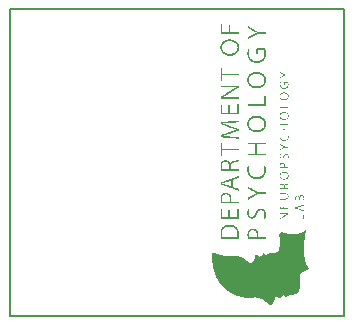
<source format=gto>
G04 MADE WITH FRITZING*
G04 WWW.FRITZING.ORG*
G04 DOUBLE SIDED*
G04 HOLES PLATED*
G04 CONTOUR ON CENTER OF CONTOUR VECTOR*
%ASAXBY*%
%FSLAX23Y23*%
%MOIN*%
%OFA0B0*%
%SFA1.0B1.0*%
%ADD10R,1.123170X1.030680X1.107170X1.014680*%
%ADD11C,0.008000*%
%ADD12R,0.001000X0.001000*%
%LNSILK1*%
G90*
G70*
G54D11*
X4Y1027D02*
X1119Y1027D01*
X1119Y4D01*
X4Y4D01*
X4Y1027D01*
D02*
G54D12*
X708Y976D02*
X712Y976D01*
X708Y975D02*
X712Y975D01*
X708Y974D02*
X712Y974D01*
X735Y974D02*
X739Y974D01*
X708Y973D02*
X712Y973D01*
X735Y973D02*
X739Y973D01*
X708Y972D02*
X712Y972D01*
X735Y972D02*
X739Y972D01*
X708Y971D02*
X712Y971D01*
X735Y971D02*
X739Y971D01*
X798Y971D02*
X798Y971D01*
X708Y970D02*
X712Y970D01*
X735Y970D02*
X739Y970D01*
X798Y970D02*
X800Y970D01*
X708Y969D02*
X712Y969D01*
X735Y969D02*
X739Y969D01*
X798Y969D02*
X801Y969D01*
X708Y968D02*
X712Y968D01*
X735Y968D02*
X739Y968D01*
X798Y968D02*
X803Y968D01*
X708Y967D02*
X712Y967D01*
X735Y967D02*
X739Y967D01*
X798Y967D02*
X805Y967D01*
X708Y966D02*
X712Y966D01*
X735Y966D02*
X739Y966D01*
X798Y966D02*
X806Y966D01*
X708Y965D02*
X712Y965D01*
X735Y965D02*
X739Y965D01*
X798Y965D02*
X808Y965D01*
X708Y964D02*
X712Y964D01*
X735Y964D02*
X739Y964D01*
X800Y964D02*
X810Y964D01*
X708Y963D02*
X712Y963D01*
X735Y963D02*
X739Y963D01*
X801Y963D02*
X812Y963D01*
X708Y962D02*
X712Y962D01*
X735Y962D02*
X739Y962D01*
X803Y962D02*
X813Y962D01*
X708Y961D02*
X712Y961D01*
X735Y961D02*
X739Y961D01*
X805Y961D02*
X815Y961D01*
X708Y960D02*
X712Y960D01*
X735Y960D02*
X739Y960D01*
X807Y960D02*
X817Y960D01*
X708Y959D02*
X712Y959D01*
X735Y959D02*
X739Y959D01*
X809Y959D02*
X818Y959D01*
X708Y958D02*
X712Y958D01*
X735Y958D02*
X739Y958D01*
X810Y958D02*
X820Y958D01*
X708Y957D02*
X712Y957D01*
X735Y957D02*
X739Y957D01*
X812Y957D02*
X822Y957D01*
X708Y956D02*
X712Y956D01*
X735Y956D02*
X739Y956D01*
X814Y956D02*
X823Y956D01*
X708Y955D02*
X712Y955D01*
X735Y955D02*
X739Y955D01*
X816Y955D02*
X825Y955D01*
X708Y954D02*
X712Y954D01*
X735Y954D02*
X739Y954D01*
X818Y954D02*
X827Y954D01*
X708Y953D02*
X712Y953D01*
X735Y953D02*
X739Y953D01*
X820Y953D02*
X828Y953D01*
X708Y952D02*
X712Y952D01*
X735Y952D02*
X739Y952D01*
X821Y952D02*
X830Y952D01*
X708Y951D02*
X767Y951D01*
X823Y951D02*
X857Y951D01*
X708Y950D02*
X768Y950D01*
X826Y950D02*
X857Y950D01*
X708Y949D02*
X768Y949D01*
X828Y949D02*
X857Y949D01*
X708Y948D02*
X768Y948D01*
X827Y948D02*
X857Y948D01*
X708Y947D02*
X768Y947D01*
X825Y947D02*
X857Y947D01*
X708Y946D02*
X767Y946D01*
X823Y946D02*
X857Y946D01*
X821Y945D02*
X830Y945D01*
X819Y944D02*
X829Y944D01*
X817Y943D02*
X827Y943D01*
X815Y942D02*
X825Y942D01*
X813Y941D02*
X823Y941D01*
X811Y940D02*
X821Y940D01*
X809Y939D02*
X820Y939D01*
X807Y938D02*
X818Y938D01*
X805Y937D02*
X816Y937D01*
X803Y936D02*
X814Y936D01*
X802Y935D02*
X812Y935D01*
X800Y934D02*
X811Y934D01*
X798Y933D02*
X809Y933D01*
X798Y932D02*
X807Y932D01*
X798Y931D02*
X805Y931D01*
X798Y930D02*
X803Y930D01*
X798Y929D02*
X802Y929D01*
X798Y928D02*
X800Y928D01*
X798Y927D02*
X798Y927D01*
X734Y926D02*
X741Y926D01*
X728Y925D02*
X747Y925D01*
X724Y924D02*
X750Y924D01*
X722Y923D02*
X753Y923D01*
X720Y922D02*
X755Y922D01*
X718Y921D02*
X757Y921D01*
X717Y920D02*
X758Y920D01*
X716Y919D02*
X729Y919D01*
X746Y919D02*
X759Y919D01*
X715Y918D02*
X726Y918D01*
X750Y918D02*
X760Y918D01*
X714Y917D02*
X723Y917D01*
X752Y917D02*
X761Y917D01*
X713Y916D02*
X721Y916D01*
X754Y916D02*
X762Y916D01*
X712Y915D02*
X720Y915D01*
X756Y915D02*
X763Y915D01*
X711Y914D02*
X718Y914D01*
X757Y914D02*
X764Y914D01*
X711Y913D02*
X717Y913D01*
X758Y913D02*
X765Y913D01*
X710Y912D02*
X716Y912D01*
X759Y912D02*
X765Y912D01*
X710Y911D02*
X715Y911D01*
X760Y911D02*
X766Y911D01*
X709Y910D02*
X714Y910D01*
X761Y910D02*
X766Y910D01*
X709Y909D02*
X714Y909D01*
X762Y909D02*
X767Y909D01*
X708Y908D02*
X713Y908D01*
X762Y908D02*
X767Y908D01*
X708Y907D02*
X713Y907D01*
X763Y907D02*
X767Y907D01*
X708Y906D02*
X712Y906D01*
X763Y906D02*
X768Y906D01*
X708Y905D02*
X712Y905D01*
X764Y905D02*
X768Y905D01*
X707Y904D02*
X712Y904D01*
X764Y904D02*
X768Y904D01*
X707Y903D02*
X711Y903D01*
X764Y903D02*
X768Y903D01*
X707Y902D02*
X711Y902D01*
X764Y902D02*
X768Y902D01*
X707Y901D02*
X711Y901D01*
X765Y901D02*
X768Y901D01*
X707Y900D02*
X711Y900D01*
X765Y900D02*
X768Y900D01*
X707Y899D02*
X711Y899D01*
X765Y899D02*
X768Y899D01*
X707Y898D02*
X711Y898D01*
X765Y898D02*
X768Y898D01*
X707Y897D02*
X711Y897D01*
X765Y897D02*
X768Y897D01*
X707Y896D02*
X711Y896D01*
X764Y896D02*
X768Y896D01*
X828Y896D02*
X854Y896D01*
X707Y895D02*
X711Y895D01*
X764Y895D02*
X768Y895D01*
X827Y895D02*
X855Y895D01*
X708Y894D02*
X712Y894D01*
X764Y894D02*
X768Y894D01*
X800Y894D02*
X800Y894D01*
X827Y894D02*
X855Y894D01*
X708Y893D02*
X712Y893D01*
X764Y893D02*
X768Y893D01*
X799Y893D02*
X803Y893D01*
X827Y893D02*
X856Y893D01*
X708Y892D02*
X712Y892D01*
X763Y892D02*
X768Y892D01*
X799Y892D02*
X803Y892D01*
X827Y892D02*
X856Y892D01*
X708Y891D02*
X713Y891D01*
X763Y891D02*
X767Y891D01*
X799Y891D02*
X803Y891D01*
X827Y891D02*
X856Y891D01*
X709Y890D02*
X713Y890D01*
X762Y890D02*
X767Y890D01*
X798Y890D02*
X803Y890D01*
X827Y890D02*
X831Y890D01*
X852Y890D02*
X856Y890D01*
X709Y889D02*
X714Y889D01*
X762Y889D02*
X767Y889D01*
X798Y889D02*
X802Y889D01*
X827Y889D02*
X831Y889D01*
X853Y889D02*
X857Y889D01*
X710Y888D02*
X714Y888D01*
X761Y888D02*
X766Y888D01*
X798Y888D02*
X802Y888D01*
X827Y888D02*
X831Y888D01*
X853Y888D02*
X857Y888D01*
X710Y887D02*
X715Y887D01*
X760Y887D02*
X766Y887D01*
X798Y887D02*
X802Y887D01*
X827Y887D02*
X831Y887D01*
X853Y887D02*
X857Y887D01*
X711Y886D02*
X716Y886D01*
X760Y886D02*
X765Y886D01*
X798Y886D02*
X802Y886D01*
X827Y886D02*
X831Y886D01*
X853Y886D02*
X857Y886D01*
X711Y885D02*
X717Y885D01*
X758Y885D02*
X765Y885D01*
X797Y885D02*
X802Y885D01*
X827Y885D02*
X831Y885D01*
X853Y885D02*
X857Y885D01*
X712Y884D02*
X718Y884D01*
X757Y884D02*
X764Y884D01*
X797Y884D02*
X801Y884D01*
X827Y884D02*
X831Y884D01*
X854Y884D02*
X857Y884D01*
X713Y883D02*
X720Y883D01*
X756Y883D02*
X763Y883D01*
X797Y883D02*
X801Y883D01*
X827Y883D02*
X831Y883D01*
X854Y883D02*
X858Y883D01*
X714Y882D02*
X721Y882D01*
X754Y882D02*
X763Y882D01*
X797Y882D02*
X801Y882D01*
X827Y882D02*
X831Y882D01*
X854Y882D02*
X858Y882D01*
X714Y881D02*
X723Y881D01*
X753Y881D02*
X762Y881D01*
X797Y881D02*
X801Y881D01*
X827Y881D02*
X831Y881D01*
X854Y881D02*
X858Y881D01*
X715Y880D02*
X726Y880D01*
X750Y880D02*
X761Y880D01*
X797Y880D02*
X801Y880D01*
X827Y880D02*
X831Y880D01*
X854Y880D02*
X858Y880D01*
X717Y879D02*
X729Y879D01*
X747Y879D02*
X759Y879D01*
X797Y879D02*
X801Y879D01*
X827Y879D02*
X831Y879D01*
X854Y879D02*
X858Y879D01*
X718Y878D02*
X758Y878D01*
X797Y878D02*
X801Y878D01*
X827Y878D02*
X831Y878D01*
X854Y878D02*
X858Y878D01*
X719Y877D02*
X757Y877D01*
X797Y877D02*
X801Y877D01*
X854Y877D02*
X858Y877D01*
X721Y876D02*
X755Y876D01*
X797Y876D02*
X801Y876D01*
X854Y876D02*
X858Y876D01*
X723Y875D02*
X753Y875D01*
X797Y875D02*
X801Y875D01*
X854Y875D02*
X858Y875D01*
X726Y874D02*
X751Y874D01*
X798Y874D02*
X802Y874D01*
X854Y874D02*
X858Y874D01*
X729Y873D02*
X747Y873D01*
X798Y873D02*
X802Y873D01*
X853Y873D02*
X857Y873D01*
X737Y872D02*
X740Y872D01*
X798Y872D02*
X802Y872D01*
X853Y872D02*
X857Y872D01*
X798Y871D02*
X802Y871D01*
X853Y871D02*
X857Y871D01*
X798Y870D02*
X803Y870D01*
X853Y870D02*
X857Y870D01*
X799Y869D02*
X803Y869D01*
X852Y869D02*
X857Y869D01*
X799Y868D02*
X803Y868D01*
X852Y868D02*
X856Y868D01*
X799Y867D02*
X804Y867D01*
X851Y867D02*
X856Y867D01*
X800Y866D02*
X804Y866D01*
X851Y866D02*
X856Y866D01*
X800Y865D02*
X805Y865D01*
X850Y865D02*
X855Y865D01*
X801Y864D02*
X806Y864D01*
X850Y864D02*
X855Y864D01*
X801Y863D02*
X806Y863D01*
X849Y863D02*
X855Y863D01*
X802Y862D02*
X807Y862D01*
X848Y862D02*
X854Y862D01*
X802Y861D02*
X808Y861D01*
X847Y861D02*
X854Y861D01*
X803Y860D02*
X809Y860D01*
X846Y860D02*
X853Y860D01*
X804Y859D02*
X810Y859D01*
X845Y859D02*
X852Y859D01*
X805Y858D02*
X812Y858D01*
X844Y858D02*
X851Y858D01*
X805Y857D02*
X814Y857D01*
X842Y857D02*
X851Y857D01*
X806Y856D02*
X816Y856D01*
X840Y856D02*
X850Y856D01*
X808Y855D02*
X819Y855D01*
X836Y855D02*
X849Y855D01*
X809Y854D02*
X847Y854D01*
X810Y853D02*
X846Y853D01*
X812Y852D02*
X845Y852D01*
X814Y851D02*
X843Y851D01*
X816Y850D02*
X840Y850D01*
X819Y849D02*
X837Y849D01*
X825Y848D02*
X831Y848D01*
X708Y831D02*
X712Y831D01*
X708Y830D02*
X712Y830D01*
X708Y829D02*
X712Y829D01*
X708Y828D02*
X712Y828D01*
X708Y827D02*
X712Y827D01*
X708Y826D02*
X712Y826D01*
X708Y825D02*
X712Y825D01*
X708Y824D02*
X712Y824D01*
X708Y823D02*
X712Y823D01*
X708Y822D02*
X712Y822D01*
X708Y821D02*
X712Y821D01*
X708Y820D02*
X712Y820D01*
X708Y819D02*
X712Y819D01*
X708Y818D02*
X712Y818D01*
X905Y818D02*
X905Y818D01*
X708Y817D02*
X712Y817D01*
X822Y817D02*
X832Y817D01*
X905Y817D02*
X907Y817D01*
X708Y816D02*
X712Y816D01*
X817Y816D02*
X837Y816D01*
X905Y816D02*
X909Y816D01*
X708Y815D02*
X712Y815D01*
X814Y815D02*
X841Y815D01*
X906Y815D02*
X911Y815D01*
X708Y814D02*
X712Y814D01*
X811Y814D02*
X843Y814D01*
X908Y814D02*
X912Y814D01*
X708Y813D02*
X712Y813D01*
X809Y813D02*
X845Y813D01*
X910Y813D02*
X914Y813D01*
X708Y812D02*
X768Y812D01*
X808Y812D02*
X846Y812D01*
X911Y812D02*
X916Y812D01*
X708Y811D02*
X768Y811D01*
X807Y811D02*
X826Y811D01*
X829Y811D02*
X848Y811D01*
X913Y811D02*
X917Y811D01*
X708Y810D02*
X768Y810D01*
X805Y810D02*
X818Y810D01*
X837Y810D02*
X849Y810D01*
X915Y810D02*
X919Y810D01*
X708Y809D02*
X768Y809D01*
X804Y809D02*
X815Y809D01*
X840Y809D02*
X850Y809D01*
X917Y809D02*
X921Y809D01*
X708Y808D02*
X768Y808D01*
X803Y808D02*
X813Y808D01*
X842Y808D02*
X851Y808D01*
X919Y808D02*
X933Y808D01*
X708Y807D02*
X767Y807D01*
X802Y807D02*
X811Y807D01*
X844Y807D02*
X852Y807D01*
X918Y807D02*
X933Y807D01*
X708Y806D02*
X712Y806D01*
X802Y806D02*
X809Y806D01*
X846Y806D02*
X853Y806D01*
X916Y806D02*
X921Y806D01*
X708Y805D02*
X712Y805D01*
X801Y805D02*
X808Y805D01*
X847Y805D02*
X854Y805D01*
X914Y805D02*
X919Y805D01*
X708Y804D02*
X712Y804D01*
X800Y804D02*
X807Y804D01*
X848Y804D02*
X854Y804D01*
X912Y804D02*
X917Y804D01*
X708Y803D02*
X712Y803D01*
X800Y803D02*
X806Y803D01*
X849Y803D02*
X855Y803D01*
X911Y803D02*
X915Y803D01*
X708Y802D02*
X712Y802D01*
X799Y802D02*
X805Y802D01*
X850Y802D02*
X855Y802D01*
X909Y802D02*
X913Y802D01*
X708Y801D02*
X712Y801D01*
X799Y801D02*
X804Y801D01*
X851Y801D02*
X856Y801D01*
X907Y801D02*
X912Y801D01*
X708Y800D02*
X712Y800D01*
X798Y800D02*
X803Y800D01*
X852Y800D02*
X856Y800D01*
X905Y800D02*
X910Y800D01*
X708Y799D02*
X712Y799D01*
X798Y799D02*
X803Y799D01*
X852Y799D02*
X857Y799D01*
X905Y799D02*
X908Y799D01*
X708Y798D02*
X712Y798D01*
X798Y798D02*
X802Y798D01*
X853Y798D02*
X857Y798D01*
X905Y798D02*
X906Y798D01*
X708Y797D02*
X712Y797D01*
X797Y797D02*
X802Y797D01*
X853Y797D02*
X857Y797D01*
X708Y796D02*
X712Y796D01*
X797Y796D02*
X801Y796D01*
X853Y796D02*
X858Y796D01*
X708Y795D02*
X712Y795D01*
X797Y795D02*
X801Y795D01*
X854Y795D02*
X858Y795D01*
X708Y794D02*
X712Y794D01*
X797Y794D02*
X801Y794D01*
X854Y794D02*
X858Y794D01*
X708Y793D02*
X712Y793D01*
X797Y793D02*
X801Y793D01*
X854Y793D02*
X858Y793D01*
X708Y792D02*
X712Y792D01*
X797Y792D02*
X801Y792D01*
X854Y792D02*
X858Y792D01*
X708Y791D02*
X712Y791D01*
X797Y791D02*
X801Y791D01*
X854Y791D02*
X858Y791D01*
X708Y790D02*
X712Y790D01*
X797Y790D02*
X801Y790D01*
X854Y790D02*
X858Y790D01*
X708Y789D02*
X712Y789D01*
X797Y789D02*
X801Y789D01*
X854Y789D02*
X858Y789D01*
X708Y788D02*
X712Y788D01*
X797Y788D02*
X801Y788D01*
X854Y788D02*
X858Y788D01*
X797Y787D02*
X801Y787D01*
X854Y787D02*
X858Y787D01*
X797Y786D02*
X801Y786D01*
X854Y786D02*
X858Y786D01*
X797Y785D02*
X801Y785D01*
X854Y785D02*
X858Y785D01*
X920Y785D02*
X932Y785D01*
X798Y784D02*
X802Y784D01*
X853Y784D02*
X858Y784D01*
X919Y784D02*
X932Y784D01*
X798Y783D02*
X802Y783D01*
X853Y783D02*
X857Y783D01*
X906Y783D02*
X907Y783D01*
X919Y783D02*
X933Y783D01*
X798Y782D02*
X802Y782D01*
X853Y782D02*
X857Y782D01*
X905Y782D02*
X907Y782D01*
X919Y782D02*
X921Y782D01*
X931Y782D02*
X933Y782D01*
X798Y781D02*
X803Y781D01*
X852Y781D02*
X857Y781D01*
X905Y781D02*
X907Y781D01*
X919Y781D02*
X921Y781D01*
X932Y781D02*
X933Y781D01*
X799Y780D02*
X803Y780D01*
X852Y780D02*
X856Y780D01*
X905Y780D02*
X906Y780D01*
X919Y780D02*
X921Y780D01*
X932Y780D02*
X933Y780D01*
X799Y779D02*
X804Y779D01*
X851Y779D02*
X856Y779D01*
X905Y779D02*
X906Y779D01*
X919Y779D02*
X921Y779D01*
X932Y779D02*
X933Y779D01*
X800Y778D02*
X805Y778D01*
X850Y778D02*
X855Y778D01*
X905Y778D02*
X906Y778D01*
X919Y778D02*
X921Y778D01*
X932Y778D02*
X934Y778D01*
X800Y777D02*
X806Y777D01*
X849Y777D02*
X855Y777D01*
X905Y777D02*
X906Y777D01*
X919Y777D02*
X921Y777D01*
X932Y777D02*
X934Y777D01*
X801Y776D02*
X807Y776D01*
X848Y776D02*
X854Y776D01*
X905Y776D02*
X906Y776D01*
X920Y776D02*
X921Y776D01*
X932Y776D02*
X934Y776D01*
X802Y775D02*
X808Y775D01*
X847Y775D02*
X854Y775D01*
X905Y775D02*
X906Y775D01*
X932Y775D02*
X934Y775D01*
X803Y774D02*
X810Y774D01*
X845Y774D02*
X853Y774D01*
X905Y774D02*
X906Y774D01*
X932Y774D02*
X933Y774D01*
X803Y773D02*
X811Y773D01*
X844Y773D02*
X852Y773D01*
X905Y773D02*
X907Y773D01*
X932Y773D02*
X933Y773D01*
X708Y772D02*
X767Y772D01*
X804Y772D02*
X813Y772D01*
X842Y772D02*
X851Y772D01*
X905Y772D02*
X907Y772D01*
X932Y772D02*
X933Y772D01*
X708Y771D02*
X768Y771D01*
X805Y771D02*
X816Y771D01*
X839Y771D02*
X850Y771D01*
X906Y771D02*
X907Y771D01*
X931Y771D02*
X933Y771D01*
X708Y770D02*
X768Y770D01*
X807Y770D02*
X820Y770D01*
X836Y770D02*
X849Y770D01*
X906Y770D02*
X908Y770D01*
X931Y770D02*
X933Y770D01*
X708Y769D02*
X768Y769D01*
X808Y769D02*
X848Y769D01*
X907Y769D02*
X909Y769D01*
X930Y769D02*
X932Y769D01*
X708Y768D02*
X768Y768D01*
X809Y768D02*
X846Y768D01*
X907Y768D02*
X909Y768D01*
X929Y768D02*
X932Y768D01*
X708Y767D02*
X750Y767D01*
X760Y767D02*
X767Y767D01*
X811Y767D02*
X845Y767D01*
X908Y767D02*
X911Y767D01*
X928Y767D02*
X931Y767D01*
X758Y766D02*
X767Y766D01*
X813Y766D02*
X843Y766D01*
X909Y766D02*
X912Y766D01*
X926Y766D02*
X930Y766D01*
X756Y765D02*
X765Y765D01*
X816Y765D02*
X840Y765D01*
X910Y765D02*
X915Y765D01*
X924Y765D02*
X929Y765D01*
X754Y764D02*
X763Y764D01*
X819Y764D02*
X836Y764D01*
X911Y764D02*
X928Y764D01*
X753Y763D02*
X762Y763D01*
X913Y763D02*
X926Y763D01*
X751Y762D02*
X760Y762D01*
X916Y762D02*
X923Y762D01*
X749Y761D02*
X759Y761D01*
X748Y760D02*
X757Y760D01*
X746Y759D02*
X756Y759D01*
X744Y758D02*
X754Y758D01*
X743Y757D02*
X753Y757D01*
X741Y756D02*
X751Y756D01*
X740Y755D02*
X750Y755D01*
X738Y754D02*
X748Y754D01*
X736Y753D02*
X746Y753D01*
X735Y752D02*
X745Y752D01*
X733Y751D02*
X743Y751D01*
X732Y750D02*
X742Y750D01*
X730Y749D02*
X740Y749D01*
X915Y749D02*
X923Y749D01*
X729Y748D02*
X739Y748D01*
X912Y748D02*
X926Y748D01*
X727Y747D02*
X737Y747D01*
X910Y747D02*
X928Y747D01*
X726Y746D02*
X736Y746D01*
X909Y746D02*
X915Y746D01*
X924Y746D02*
X929Y746D01*
X724Y745D02*
X734Y745D01*
X908Y745D02*
X912Y745D01*
X927Y745D02*
X930Y745D01*
X723Y744D02*
X732Y744D01*
X907Y744D02*
X910Y744D01*
X928Y744D02*
X931Y744D01*
X721Y743D02*
X731Y743D01*
X906Y743D02*
X909Y743D01*
X929Y743D02*
X932Y743D01*
X719Y742D02*
X729Y742D01*
X906Y742D02*
X908Y742D01*
X930Y742D02*
X932Y742D01*
X718Y741D02*
X727Y741D01*
X905Y741D02*
X907Y741D01*
X931Y741D02*
X933Y741D01*
X716Y740D02*
X726Y740D01*
X905Y740D02*
X907Y740D01*
X932Y740D02*
X933Y740D01*
X715Y739D02*
X724Y739D01*
X905Y739D02*
X906Y739D01*
X932Y739D02*
X934Y739D01*
X713Y738D02*
X722Y738D01*
X905Y738D02*
X906Y738D01*
X932Y738D02*
X934Y738D01*
X712Y737D02*
X721Y737D01*
X853Y737D02*
X857Y737D01*
X905Y737D02*
X906Y737D01*
X932Y737D02*
X934Y737D01*
X710Y736D02*
X719Y736D01*
X853Y736D02*
X857Y736D01*
X905Y736D02*
X906Y736D01*
X932Y736D02*
X934Y736D01*
X709Y735D02*
X717Y735D01*
X853Y735D02*
X857Y735D01*
X905Y735D02*
X906Y735D01*
X932Y735D02*
X934Y735D01*
X708Y734D02*
X715Y734D01*
X735Y734D02*
X767Y734D01*
X853Y734D02*
X857Y734D01*
X905Y734D02*
X906Y734D01*
X932Y734D02*
X934Y734D01*
X708Y733D02*
X768Y733D01*
X853Y733D02*
X857Y733D01*
X905Y733D02*
X906Y733D01*
X932Y733D02*
X933Y733D01*
X708Y732D02*
X768Y732D01*
X853Y732D02*
X857Y732D01*
X905Y732D02*
X907Y732D01*
X931Y732D02*
X933Y732D01*
X708Y731D02*
X768Y731D01*
X853Y731D02*
X857Y731D01*
X906Y731D02*
X908Y731D01*
X931Y731D02*
X933Y731D01*
X708Y730D02*
X768Y730D01*
X853Y730D02*
X857Y730D01*
X906Y730D02*
X908Y730D01*
X930Y730D02*
X932Y730D01*
X708Y729D02*
X768Y729D01*
X853Y729D02*
X857Y729D01*
X907Y729D02*
X909Y729D01*
X929Y729D02*
X932Y729D01*
X853Y728D02*
X857Y728D01*
X908Y728D02*
X911Y728D01*
X927Y728D02*
X931Y728D01*
X853Y727D02*
X857Y727D01*
X909Y727D02*
X913Y727D01*
X925Y727D02*
X930Y727D01*
X853Y726D02*
X857Y726D01*
X910Y726D02*
X929Y726D01*
X853Y725D02*
X857Y725D01*
X912Y725D02*
X927Y725D01*
X853Y724D02*
X857Y724D01*
X914Y724D02*
X925Y724D01*
X853Y723D02*
X857Y723D01*
X853Y722D02*
X857Y722D01*
X853Y721D02*
X857Y721D01*
X853Y720D02*
X857Y720D01*
X853Y719D02*
X857Y719D01*
X853Y718D02*
X857Y718D01*
X853Y717D02*
X857Y717D01*
X853Y716D02*
X857Y716D01*
X853Y715D02*
X857Y715D01*
X853Y714D02*
X857Y714D01*
X853Y713D02*
X857Y713D01*
X932Y713D02*
X933Y713D01*
X853Y712D02*
X857Y712D01*
X932Y712D02*
X933Y712D01*
X798Y711D02*
X857Y711D01*
X932Y711D02*
X933Y711D01*
X798Y710D02*
X857Y710D01*
X932Y710D02*
X933Y710D01*
X764Y709D02*
X767Y709D01*
X798Y709D02*
X857Y709D01*
X932Y709D02*
X933Y709D01*
X764Y708D02*
X768Y708D01*
X798Y708D02*
X857Y708D01*
X932Y708D02*
X933Y708D01*
X708Y707D02*
X712Y707D01*
X764Y707D02*
X768Y707D01*
X798Y707D02*
X857Y707D01*
X932Y707D02*
X933Y707D01*
X708Y706D02*
X712Y706D01*
X734Y706D02*
X738Y706D01*
X764Y706D02*
X768Y706D01*
X798Y706D02*
X857Y706D01*
X932Y706D02*
X933Y706D01*
X708Y705D02*
X712Y705D01*
X734Y705D02*
X738Y705D01*
X764Y705D02*
X768Y705D01*
X932Y705D02*
X933Y705D01*
X708Y704D02*
X712Y704D01*
X734Y704D02*
X738Y704D01*
X764Y704D02*
X768Y704D01*
X932Y704D02*
X933Y704D01*
X708Y703D02*
X712Y703D01*
X734Y703D02*
X738Y703D01*
X764Y703D02*
X768Y703D01*
X932Y703D02*
X933Y703D01*
X708Y702D02*
X712Y702D01*
X734Y702D02*
X738Y702D01*
X764Y702D02*
X768Y702D01*
X932Y702D02*
X933Y702D01*
X708Y701D02*
X712Y701D01*
X734Y701D02*
X738Y701D01*
X764Y701D02*
X768Y701D01*
X932Y701D02*
X933Y701D01*
X708Y700D02*
X712Y700D01*
X734Y700D02*
X738Y700D01*
X764Y700D02*
X768Y700D01*
X905Y700D02*
X933Y700D01*
X708Y699D02*
X712Y699D01*
X734Y699D02*
X738Y699D01*
X764Y699D02*
X768Y699D01*
X905Y699D02*
X933Y699D01*
X708Y698D02*
X712Y698D01*
X734Y698D02*
X738Y698D01*
X764Y698D02*
X768Y698D01*
X905Y698D02*
X933Y698D01*
X708Y697D02*
X712Y697D01*
X734Y697D02*
X738Y697D01*
X764Y697D02*
X768Y697D01*
X708Y696D02*
X712Y696D01*
X734Y696D02*
X738Y696D01*
X764Y696D02*
X768Y696D01*
X708Y695D02*
X712Y695D01*
X734Y695D02*
X738Y695D01*
X764Y695D02*
X768Y695D01*
X708Y694D02*
X712Y694D01*
X734Y694D02*
X738Y694D01*
X764Y694D02*
X768Y694D01*
X708Y693D02*
X712Y693D01*
X734Y693D02*
X738Y693D01*
X764Y693D02*
X768Y693D01*
X708Y692D02*
X712Y692D01*
X734Y692D02*
X738Y692D01*
X764Y692D02*
X768Y692D01*
X708Y691D02*
X712Y691D01*
X734Y691D02*
X738Y691D01*
X764Y691D02*
X768Y691D01*
X708Y690D02*
X712Y690D01*
X734Y690D02*
X738Y690D01*
X764Y690D02*
X768Y690D01*
X708Y689D02*
X712Y689D01*
X734Y689D02*
X738Y689D01*
X764Y689D02*
X768Y689D01*
X708Y688D02*
X712Y688D01*
X734Y688D02*
X738Y688D01*
X764Y688D02*
X768Y688D01*
X708Y687D02*
X712Y687D01*
X734Y687D02*
X738Y687D01*
X764Y687D02*
X768Y687D01*
X708Y686D02*
X712Y686D01*
X734Y686D02*
X738Y686D01*
X764Y686D02*
X768Y686D01*
X708Y685D02*
X712Y685D01*
X734Y685D02*
X738Y685D01*
X764Y685D02*
X768Y685D01*
X708Y684D02*
X712Y684D01*
X734Y684D02*
X738Y684D01*
X764Y684D02*
X768Y684D01*
X916Y684D02*
X921Y684D01*
X708Y683D02*
X712Y683D01*
X734Y683D02*
X738Y683D01*
X763Y683D02*
X768Y683D01*
X913Y683D02*
X925Y683D01*
X708Y682D02*
X768Y682D01*
X911Y682D02*
X927Y682D01*
X708Y681D02*
X768Y681D01*
X909Y681D02*
X916Y681D01*
X922Y681D02*
X929Y681D01*
X708Y680D02*
X768Y680D01*
X908Y680D02*
X912Y680D01*
X926Y680D02*
X930Y680D01*
X708Y679D02*
X768Y679D01*
X907Y679D02*
X910Y679D01*
X928Y679D02*
X931Y679D01*
X708Y678D02*
X768Y678D01*
X906Y678D02*
X909Y678D01*
X929Y678D02*
X932Y678D01*
X708Y677D02*
X767Y677D01*
X906Y677D02*
X908Y677D01*
X930Y677D02*
X932Y677D01*
X905Y676D02*
X907Y676D01*
X931Y676D02*
X933Y676D01*
X905Y675D02*
X907Y675D01*
X932Y675D02*
X933Y675D01*
X905Y674D02*
X906Y674D01*
X932Y674D02*
X933Y674D01*
X905Y673D02*
X906Y673D01*
X932Y673D02*
X934Y673D01*
X905Y672D02*
X906Y672D01*
X932Y672D02*
X934Y672D01*
X822Y671D02*
X832Y671D01*
X905Y671D02*
X906Y671D01*
X932Y671D02*
X934Y671D01*
X817Y670D02*
X837Y670D01*
X905Y670D02*
X906Y670D01*
X932Y670D02*
X934Y670D01*
X814Y669D02*
X840Y669D01*
X905Y669D02*
X906Y669D01*
X932Y669D02*
X934Y669D01*
X811Y668D02*
X843Y668D01*
X905Y668D02*
X906Y668D01*
X932Y668D02*
X934Y668D01*
X810Y667D02*
X845Y667D01*
X905Y667D02*
X907Y667D01*
X932Y667D02*
X933Y667D01*
X808Y666D02*
X846Y666D01*
X906Y666D02*
X907Y666D01*
X931Y666D02*
X933Y666D01*
X807Y665D02*
X848Y665D01*
X906Y665D02*
X908Y665D01*
X930Y665D02*
X932Y665D01*
X805Y664D02*
X818Y664D01*
X836Y664D02*
X849Y664D01*
X907Y664D02*
X909Y664D01*
X929Y664D02*
X932Y664D01*
X804Y663D02*
X815Y663D01*
X840Y663D02*
X850Y663D01*
X907Y663D02*
X910Y663D01*
X928Y663D02*
X931Y663D01*
X803Y662D02*
X813Y662D01*
X842Y662D02*
X851Y662D01*
X908Y662D02*
X912Y662D01*
X926Y662D02*
X930Y662D01*
X802Y661D02*
X811Y661D01*
X844Y661D02*
X852Y661D01*
X910Y661D02*
X916Y661D01*
X922Y661D02*
X929Y661D01*
X802Y660D02*
X809Y660D01*
X846Y660D02*
X853Y660D01*
X911Y660D02*
X928Y660D01*
X801Y659D02*
X808Y659D01*
X847Y659D02*
X854Y659D01*
X913Y659D02*
X925Y659D01*
X800Y658D02*
X807Y658D01*
X848Y658D02*
X854Y658D01*
X918Y658D02*
X921Y658D01*
X800Y657D02*
X806Y657D01*
X849Y657D02*
X855Y657D01*
X799Y656D02*
X805Y656D01*
X850Y656D02*
X855Y656D01*
X763Y655D02*
X767Y655D01*
X799Y655D02*
X804Y655D01*
X851Y655D02*
X856Y655D01*
X748Y654D02*
X768Y654D01*
X798Y654D02*
X803Y654D01*
X852Y654D02*
X856Y654D01*
X732Y653D02*
X768Y653D01*
X798Y653D02*
X803Y653D01*
X852Y653D02*
X857Y653D01*
X716Y652D02*
X768Y652D01*
X798Y652D02*
X802Y652D01*
X853Y652D02*
X857Y652D01*
X708Y651D02*
X768Y651D01*
X797Y651D02*
X802Y651D01*
X853Y651D02*
X857Y651D01*
X708Y650D02*
X768Y650D01*
X797Y650D02*
X801Y650D01*
X853Y650D02*
X858Y650D01*
X708Y649D02*
X759Y649D01*
X797Y649D02*
X801Y649D01*
X854Y649D02*
X858Y649D01*
X708Y648D02*
X742Y648D01*
X797Y648D02*
X801Y648D01*
X854Y648D02*
X858Y648D01*
X708Y647D02*
X721Y647D01*
X797Y647D02*
X801Y647D01*
X854Y647D02*
X858Y647D01*
X708Y646D02*
X715Y646D01*
X797Y646D02*
X801Y646D01*
X854Y646D02*
X858Y646D01*
X708Y645D02*
X718Y645D01*
X797Y645D02*
X801Y645D01*
X854Y645D02*
X858Y645D01*
X708Y644D02*
X721Y644D01*
X797Y644D02*
X801Y644D01*
X854Y644D02*
X858Y644D01*
X905Y644D02*
X933Y644D01*
X711Y643D02*
X724Y643D01*
X797Y643D02*
X801Y643D01*
X854Y643D02*
X858Y643D01*
X905Y643D02*
X933Y643D01*
X714Y642D02*
X727Y642D01*
X797Y642D02*
X801Y642D01*
X854Y642D02*
X858Y642D01*
X905Y642D02*
X933Y642D01*
X716Y641D02*
X730Y641D01*
X797Y641D02*
X801Y641D01*
X854Y641D02*
X858Y641D01*
X917Y641D02*
X919Y641D01*
X719Y640D02*
X732Y640D01*
X797Y640D02*
X801Y640D01*
X854Y640D02*
X858Y640D01*
X918Y640D02*
X919Y640D01*
X722Y639D02*
X735Y639D01*
X797Y639D02*
X801Y639D01*
X854Y639D02*
X858Y639D01*
X918Y639D02*
X919Y639D01*
X724Y638D02*
X738Y638D01*
X798Y638D02*
X802Y638D01*
X853Y638D02*
X858Y638D01*
X918Y638D02*
X919Y638D01*
X727Y637D02*
X741Y637D01*
X798Y637D02*
X802Y637D01*
X853Y637D02*
X857Y637D01*
X918Y637D02*
X919Y637D01*
X729Y636D02*
X743Y636D01*
X798Y636D02*
X802Y636D01*
X853Y636D02*
X857Y636D01*
X918Y636D02*
X919Y636D01*
X732Y635D02*
X746Y635D01*
X798Y635D02*
X803Y635D01*
X852Y635D02*
X857Y635D01*
X918Y635D02*
X919Y635D01*
X735Y634D02*
X749Y634D01*
X799Y634D02*
X803Y634D01*
X852Y634D02*
X856Y634D01*
X918Y634D02*
X919Y634D01*
X737Y633D02*
X751Y633D01*
X799Y633D02*
X804Y633D01*
X851Y633D02*
X856Y633D01*
X918Y633D02*
X919Y633D01*
X740Y632D02*
X754Y632D01*
X800Y632D02*
X805Y632D01*
X850Y632D02*
X855Y632D01*
X918Y632D02*
X919Y632D01*
X743Y631D02*
X757Y631D01*
X800Y631D02*
X806Y631D01*
X849Y631D02*
X855Y631D01*
X918Y631D02*
X919Y631D01*
X746Y630D02*
X759Y630D01*
X801Y630D02*
X807Y630D01*
X848Y630D02*
X854Y630D01*
X918Y630D02*
X919Y630D01*
X748Y629D02*
X762Y629D01*
X802Y629D02*
X808Y629D01*
X847Y629D02*
X854Y629D01*
X918Y629D02*
X919Y629D01*
X751Y628D02*
X765Y628D01*
X802Y628D02*
X809Y628D01*
X845Y628D02*
X853Y628D01*
X918Y628D02*
X919Y628D01*
X754Y627D02*
X767Y627D01*
X803Y627D02*
X811Y627D01*
X844Y627D02*
X852Y627D01*
X918Y627D02*
X919Y627D01*
X758Y626D02*
X768Y626D01*
X804Y626D02*
X813Y626D01*
X842Y626D02*
X851Y626D01*
X917Y626D02*
X920Y626D01*
X760Y625D02*
X768Y625D01*
X805Y625D02*
X816Y625D01*
X839Y625D02*
X850Y625D01*
X905Y625D02*
X933Y625D01*
X757Y624D02*
X768Y624D01*
X807Y624D02*
X819Y624D01*
X836Y624D02*
X849Y624D01*
X905Y624D02*
X933Y624D01*
X753Y623D02*
X767Y623D01*
X808Y623D02*
X848Y623D01*
X750Y622D02*
X766Y622D01*
X809Y622D02*
X846Y622D01*
X747Y621D02*
X763Y621D01*
X811Y621D02*
X845Y621D01*
X744Y620D02*
X760Y620D01*
X813Y620D02*
X843Y620D01*
X741Y619D02*
X757Y619D01*
X816Y619D02*
X840Y619D01*
X738Y618D02*
X755Y618D01*
X819Y618D02*
X837Y618D01*
X736Y617D02*
X752Y617D01*
X733Y616D02*
X749Y616D01*
X730Y615D02*
X746Y615D01*
X728Y614D02*
X743Y614D01*
X725Y613D02*
X741Y613D01*
X722Y612D02*
X738Y612D01*
X719Y611D02*
X735Y611D01*
X717Y610D02*
X732Y610D01*
X714Y609D02*
X729Y609D01*
X906Y609D02*
X906Y609D01*
X932Y609D02*
X933Y609D01*
X711Y608D02*
X726Y608D01*
X905Y608D02*
X907Y608D01*
X931Y608D02*
X933Y608D01*
X709Y607D02*
X723Y607D01*
X905Y607D02*
X907Y607D01*
X932Y607D02*
X933Y607D01*
X708Y606D02*
X719Y606D01*
X905Y606D02*
X906Y606D01*
X932Y606D02*
X933Y606D01*
X708Y605D02*
X716Y605D01*
X905Y605D02*
X906Y605D01*
X932Y605D02*
X934Y605D01*
X708Y604D02*
X715Y604D01*
X905Y604D02*
X906Y604D01*
X932Y604D02*
X934Y604D01*
X708Y603D02*
X737Y603D01*
X905Y603D02*
X906Y603D01*
X932Y603D02*
X934Y603D01*
X708Y602D02*
X753Y602D01*
X905Y602D02*
X906Y602D01*
X932Y602D02*
X934Y602D01*
X708Y601D02*
X767Y601D01*
X905Y601D02*
X906Y601D01*
X932Y601D02*
X934Y601D01*
X708Y600D02*
X768Y600D01*
X905Y600D02*
X906Y600D01*
X932Y600D02*
X934Y600D01*
X717Y599D02*
X768Y599D01*
X905Y599D02*
X906Y599D01*
X932Y599D02*
X934Y599D01*
X731Y598D02*
X768Y598D01*
X905Y598D02*
X907Y598D01*
X932Y598D02*
X933Y598D01*
X745Y597D02*
X768Y597D01*
X905Y597D02*
X907Y597D01*
X931Y597D02*
X933Y597D01*
X759Y596D02*
X768Y596D01*
X906Y596D02*
X908Y596D01*
X931Y596D02*
X933Y596D01*
X906Y595D02*
X908Y595D01*
X930Y595D02*
X932Y595D01*
X907Y594D02*
X909Y594D01*
X929Y594D02*
X932Y594D01*
X908Y593D02*
X910Y593D01*
X928Y593D02*
X931Y593D01*
X909Y592D02*
X912Y592D01*
X926Y592D02*
X930Y592D01*
X910Y591D02*
X915Y591D01*
X924Y591D02*
X929Y591D01*
X911Y590D02*
X928Y590D01*
X913Y589D02*
X926Y589D01*
X916Y588D02*
X923Y588D01*
X798Y582D02*
X857Y582D01*
X708Y581D02*
X712Y581D01*
X798Y581D02*
X857Y581D01*
X708Y580D02*
X712Y580D01*
X798Y580D02*
X857Y580D01*
X708Y579D02*
X712Y579D01*
X798Y579D02*
X857Y579D01*
X708Y578D02*
X712Y578D01*
X798Y578D02*
X857Y578D01*
X905Y578D02*
X905Y578D01*
X708Y577D02*
X712Y577D01*
X798Y577D02*
X857Y577D01*
X905Y577D02*
X907Y577D01*
X708Y576D02*
X712Y576D01*
X824Y576D02*
X828Y576D01*
X905Y576D02*
X909Y576D01*
X708Y575D02*
X712Y575D01*
X824Y575D02*
X828Y575D01*
X906Y575D02*
X910Y575D01*
X708Y574D02*
X712Y574D01*
X824Y574D02*
X828Y574D01*
X908Y574D02*
X912Y574D01*
X708Y573D02*
X712Y573D01*
X824Y573D02*
X828Y573D01*
X909Y573D02*
X914Y573D01*
X708Y572D02*
X712Y572D01*
X824Y572D02*
X828Y572D01*
X911Y572D02*
X915Y572D01*
X708Y571D02*
X712Y571D01*
X824Y571D02*
X828Y571D01*
X913Y571D02*
X917Y571D01*
X708Y570D02*
X712Y570D01*
X824Y570D02*
X828Y570D01*
X915Y570D02*
X919Y570D01*
X708Y569D02*
X712Y569D01*
X824Y569D02*
X828Y569D01*
X917Y569D02*
X920Y569D01*
X708Y568D02*
X712Y568D01*
X824Y568D02*
X828Y568D01*
X919Y568D02*
X933Y568D01*
X708Y567D02*
X712Y567D01*
X824Y567D02*
X828Y567D01*
X919Y567D02*
X933Y567D01*
X708Y566D02*
X712Y566D01*
X824Y566D02*
X828Y566D01*
X917Y566D02*
X933Y566D01*
X708Y565D02*
X712Y565D01*
X824Y565D02*
X828Y565D01*
X915Y565D02*
X919Y565D01*
X708Y564D02*
X712Y564D01*
X824Y564D02*
X828Y564D01*
X913Y564D02*
X917Y564D01*
X708Y563D02*
X712Y563D01*
X824Y563D02*
X828Y563D01*
X911Y563D02*
X915Y563D01*
X708Y562D02*
X768Y562D01*
X824Y562D02*
X828Y562D01*
X909Y562D02*
X914Y562D01*
X708Y561D02*
X768Y561D01*
X824Y561D02*
X828Y561D01*
X907Y561D02*
X912Y561D01*
X708Y560D02*
X768Y560D01*
X824Y560D02*
X828Y560D01*
X905Y560D02*
X910Y560D01*
X708Y559D02*
X768Y559D01*
X824Y559D02*
X828Y559D01*
X905Y559D02*
X908Y559D01*
X708Y558D02*
X768Y558D01*
X824Y558D02*
X828Y558D01*
X905Y558D02*
X907Y558D01*
X708Y557D02*
X767Y557D01*
X824Y557D02*
X828Y557D01*
X905Y557D02*
X905Y557D01*
X708Y556D02*
X712Y556D01*
X824Y556D02*
X828Y556D01*
X708Y555D02*
X712Y555D01*
X824Y555D02*
X828Y555D01*
X708Y554D02*
X712Y554D01*
X824Y554D02*
X828Y554D01*
X708Y553D02*
X712Y553D01*
X824Y553D02*
X828Y553D01*
X708Y552D02*
X712Y552D01*
X824Y552D02*
X828Y552D01*
X708Y551D02*
X712Y551D01*
X824Y551D02*
X828Y551D01*
X708Y550D02*
X712Y550D01*
X824Y550D02*
X828Y550D01*
X708Y549D02*
X712Y549D01*
X824Y549D02*
X828Y549D01*
X708Y548D02*
X712Y548D01*
X824Y548D02*
X828Y548D01*
X708Y547D02*
X712Y547D01*
X824Y547D02*
X828Y547D01*
X708Y546D02*
X712Y546D01*
X824Y546D02*
X828Y546D01*
X708Y545D02*
X712Y545D01*
X798Y545D02*
X857Y545D01*
X924Y545D02*
X928Y545D01*
X708Y544D02*
X712Y544D01*
X798Y544D02*
X857Y544D01*
X922Y544D02*
X930Y544D01*
X708Y543D02*
X712Y543D01*
X798Y543D02*
X857Y543D01*
X905Y543D02*
X907Y543D01*
X921Y543D02*
X931Y543D01*
X708Y542D02*
X712Y542D01*
X798Y542D02*
X857Y542D01*
X905Y542D02*
X907Y542D01*
X920Y542D02*
X923Y542D01*
X929Y542D02*
X932Y542D01*
X708Y541D02*
X712Y541D01*
X798Y541D02*
X857Y541D01*
X905Y541D02*
X906Y541D01*
X919Y541D02*
X922Y541D01*
X930Y541D02*
X933Y541D01*
X708Y540D02*
X712Y540D01*
X798Y540D02*
X857Y540D01*
X905Y540D02*
X906Y540D01*
X919Y540D02*
X921Y540D01*
X931Y540D02*
X933Y540D01*
X708Y539D02*
X712Y539D01*
X905Y539D02*
X906Y539D01*
X918Y539D02*
X920Y539D01*
X932Y539D02*
X933Y539D01*
X708Y538D02*
X712Y538D01*
X905Y538D02*
X906Y538D01*
X918Y538D02*
X920Y538D01*
X932Y538D02*
X934Y538D01*
X905Y537D02*
X906Y537D01*
X918Y537D02*
X920Y537D01*
X932Y537D02*
X934Y537D01*
X905Y536D02*
X906Y536D01*
X917Y536D02*
X919Y536D01*
X932Y536D02*
X934Y536D01*
X905Y535D02*
X906Y535D01*
X917Y535D02*
X919Y535D01*
X932Y535D02*
X934Y535D01*
X905Y534D02*
X907Y534D01*
X916Y534D02*
X918Y534D01*
X932Y534D02*
X934Y534D01*
X906Y533D02*
X908Y533D01*
X915Y533D02*
X918Y533D01*
X932Y533D02*
X934Y533D01*
X906Y532D02*
X917Y532D01*
X932Y532D02*
X933Y532D01*
X907Y531D02*
X916Y531D01*
X931Y531D02*
X933Y531D01*
X909Y530D02*
X914Y530D01*
X931Y530D02*
X933Y530D01*
X931Y529D02*
X932Y529D01*
X765Y525D02*
X768Y525D01*
X723Y524D02*
X724Y524D01*
X762Y524D02*
X768Y524D01*
X718Y523D02*
X729Y523D01*
X758Y523D02*
X768Y523D01*
X716Y522D02*
X731Y522D01*
X754Y522D02*
X768Y522D01*
X714Y521D02*
X733Y521D01*
X750Y521D02*
X768Y521D01*
X713Y520D02*
X734Y520D01*
X747Y520D02*
X767Y520D01*
X712Y519D02*
X735Y519D01*
X745Y519D02*
X765Y519D01*
X711Y518D02*
X721Y518D01*
X726Y518D02*
X735Y518D01*
X744Y518D02*
X761Y518D01*
X711Y517D02*
X718Y517D01*
X730Y517D02*
X736Y517D01*
X742Y517D02*
X757Y517D01*
X710Y516D02*
X716Y516D01*
X732Y516D02*
X737Y516D01*
X742Y516D02*
X752Y516D01*
X710Y515D02*
X715Y515D01*
X733Y515D02*
X737Y515D01*
X741Y515D02*
X749Y515D01*
X909Y515D02*
X916Y515D01*
X709Y514D02*
X714Y514D01*
X734Y514D02*
X738Y514D01*
X740Y514D02*
X747Y514D01*
X908Y514D02*
X918Y514D01*
X709Y513D02*
X713Y513D01*
X734Y513D02*
X738Y513D01*
X740Y513D02*
X745Y513D01*
X907Y513D02*
X919Y513D01*
X709Y512D02*
X713Y512D01*
X735Y512D02*
X744Y512D01*
X906Y512D02*
X909Y512D01*
X917Y512D02*
X920Y512D01*
X708Y511D02*
X712Y511D01*
X735Y511D02*
X743Y511D01*
X906Y511D02*
X908Y511D01*
X918Y511D02*
X920Y511D01*
X708Y510D02*
X712Y510D01*
X736Y510D02*
X742Y510D01*
X905Y510D02*
X907Y510D01*
X919Y510D02*
X921Y510D01*
X708Y509D02*
X712Y509D01*
X736Y509D02*
X742Y509D01*
X905Y509D02*
X907Y509D01*
X919Y509D02*
X921Y509D01*
X708Y508D02*
X712Y508D01*
X736Y508D02*
X741Y508D01*
X905Y508D02*
X906Y508D01*
X920Y508D02*
X921Y508D01*
X708Y507D02*
X711Y507D01*
X737Y507D02*
X741Y507D01*
X905Y507D02*
X906Y507D01*
X920Y507D02*
X921Y507D01*
X708Y506D02*
X711Y506D01*
X737Y506D02*
X741Y506D01*
X905Y506D02*
X906Y506D01*
X920Y506D02*
X921Y506D01*
X708Y505D02*
X711Y505D01*
X737Y505D02*
X741Y505D01*
X799Y505D02*
X801Y505D01*
X853Y505D02*
X856Y505D01*
X905Y505D02*
X906Y505D01*
X920Y505D02*
X921Y505D01*
X708Y504D02*
X711Y504D01*
X737Y504D02*
X741Y504D01*
X799Y504D02*
X803Y504D01*
X852Y504D02*
X856Y504D01*
X905Y504D02*
X906Y504D01*
X920Y504D02*
X921Y504D01*
X708Y503D02*
X711Y503D01*
X737Y503D02*
X741Y503D01*
X798Y503D02*
X803Y503D01*
X852Y503D02*
X856Y503D01*
X905Y503D02*
X906Y503D01*
X920Y503D02*
X921Y503D01*
X708Y502D02*
X711Y502D01*
X737Y502D02*
X741Y502D01*
X798Y502D02*
X802Y502D01*
X852Y502D02*
X857Y502D01*
X905Y502D02*
X906Y502D01*
X920Y502D02*
X921Y502D01*
X708Y501D02*
X711Y501D01*
X737Y501D02*
X741Y501D01*
X798Y501D02*
X802Y501D01*
X853Y501D02*
X857Y501D01*
X905Y501D02*
X933Y501D01*
X708Y500D02*
X711Y500D01*
X737Y500D02*
X741Y500D01*
X798Y500D02*
X802Y500D01*
X853Y500D02*
X857Y500D01*
X905Y500D02*
X933Y500D01*
X708Y499D02*
X711Y499D01*
X737Y499D02*
X741Y499D01*
X797Y499D02*
X802Y499D01*
X853Y499D02*
X857Y499D01*
X905Y499D02*
X933Y499D01*
X708Y498D02*
X711Y498D01*
X737Y498D02*
X741Y498D01*
X797Y498D02*
X801Y498D01*
X854Y498D02*
X858Y498D01*
X708Y497D02*
X712Y497D01*
X737Y497D02*
X741Y497D01*
X797Y497D02*
X801Y497D01*
X854Y497D02*
X858Y497D01*
X708Y496D02*
X712Y496D01*
X737Y496D02*
X741Y496D01*
X797Y496D02*
X801Y496D01*
X854Y496D02*
X858Y496D01*
X708Y495D02*
X712Y495D01*
X737Y495D02*
X741Y495D01*
X797Y495D02*
X801Y495D01*
X854Y495D02*
X858Y495D01*
X708Y494D02*
X768Y494D01*
X797Y494D02*
X801Y494D01*
X854Y494D02*
X858Y494D01*
X708Y493D02*
X768Y493D01*
X797Y493D02*
X801Y493D01*
X854Y493D02*
X858Y493D01*
X708Y492D02*
X768Y492D01*
X797Y492D02*
X801Y492D01*
X854Y492D02*
X858Y492D01*
X709Y491D02*
X768Y491D01*
X797Y491D02*
X801Y491D01*
X854Y491D02*
X858Y491D01*
X709Y490D02*
X768Y490D01*
X797Y490D02*
X801Y490D01*
X854Y490D02*
X858Y490D01*
X709Y489D02*
X767Y489D01*
X797Y489D02*
X801Y489D01*
X854Y489D02*
X858Y489D01*
X797Y488D02*
X801Y488D01*
X854Y488D02*
X858Y488D01*
X797Y487D02*
X801Y487D01*
X854Y487D02*
X858Y487D01*
X797Y486D02*
X801Y486D01*
X854Y486D02*
X858Y486D01*
X797Y485D02*
X802Y485D01*
X853Y485D02*
X858Y485D01*
X798Y484D02*
X802Y484D01*
X853Y484D02*
X858Y484D01*
X913Y484D02*
X925Y484D01*
X798Y483D02*
X802Y483D01*
X853Y483D02*
X858Y483D01*
X911Y483D02*
X927Y483D01*
X798Y482D02*
X802Y482D01*
X853Y482D02*
X857Y482D01*
X909Y482D02*
X929Y482D01*
X798Y481D02*
X803Y481D01*
X852Y481D02*
X857Y481D01*
X908Y481D02*
X913Y481D01*
X925Y481D02*
X930Y481D01*
X799Y480D02*
X803Y480D01*
X852Y480D02*
X857Y480D01*
X907Y480D02*
X911Y480D01*
X927Y480D02*
X931Y480D01*
X799Y479D02*
X804Y479D01*
X851Y479D02*
X856Y479D01*
X907Y479D02*
X909Y479D01*
X929Y479D02*
X932Y479D01*
X800Y478D02*
X804Y478D01*
X851Y478D02*
X856Y478D01*
X906Y478D02*
X908Y478D01*
X930Y478D02*
X932Y478D01*
X800Y477D02*
X805Y477D01*
X850Y477D02*
X856Y477D01*
X905Y477D02*
X907Y477D01*
X931Y477D02*
X933Y477D01*
X800Y476D02*
X806Y476D01*
X850Y476D02*
X855Y476D01*
X905Y476D02*
X907Y476D01*
X931Y476D02*
X933Y476D01*
X801Y475D02*
X807Y475D01*
X849Y475D02*
X855Y475D01*
X905Y475D02*
X906Y475D01*
X932Y475D02*
X933Y475D01*
X802Y474D02*
X807Y474D01*
X848Y474D02*
X854Y474D01*
X905Y474D02*
X906Y474D01*
X932Y474D02*
X934Y474D01*
X802Y473D02*
X809Y473D01*
X847Y473D02*
X853Y473D01*
X905Y473D02*
X906Y473D01*
X932Y473D02*
X934Y473D01*
X803Y472D02*
X810Y472D01*
X845Y472D02*
X853Y472D01*
X905Y472D02*
X906Y472D01*
X932Y472D02*
X934Y472D01*
X804Y471D02*
X811Y471D01*
X844Y471D02*
X852Y471D01*
X905Y471D02*
X906Y471D01*
X932Y471D02*
X934Y471D01*
X766Y470D02*
X768Y470D01*
X805Y470D02*
X813Y470D01*
X842Y470D02*
X851Y470D01*
X905Y470D02*
X906Y470D01*
X932Y470D02*
X934Y470D01*
X764Y469D02*
X768Y469D01*
X806Y469D02*
X815Y469D01*
X840Y469D02*
X850Y469D01*
X905Y469D02*
X906Y469D01*
X932Y469D02*
X934Y469D01*
X761Y468D02*
X768Y468D01*
X807Y468D02*
X818Y468D01*
X837Y468D02*
X849Y468D01*
X905Y468D02*
X907Y468D01*
X932Y468D02*
X933Y468D01*
X758Y467D02*
X768Y467D01*
X808Y467D02*
X825Y467D01*
X831Y467D02*
X848Y467D01*
X905Y467D02*
X907Y467D01*
X931Y467D02*
X933Y467D01*
X755Y466D02*
X768Y466D01*
X810Y466D02*
X847Y466D01*
X906Y466D02*
X908Y466D01*
X930Y466D02*
X933Y466D01*
X752Y465D02*
X767Y465D01*
X811Y465D02*
X845Y465D01*
X907Y465D02*
X909Y465D01*
X929Y465D02*
X932Y465D01*
X749Y464D02*
X766Y464D01*
X813Y464D02*
X843Y464D01*
X907Y464D02*
X910Y464D01*
X928Y464D02*
X931Y464D01*
X746Y463D02*
X763Y463D01*
X815Y463D02*
X841Y463D01*
X908Y463D02*
X912Y463D01*
X926Y463D02*
X930Y463D01*
X744Y462D02*
X760Y462D01*
X818Y462D02*
X838Y462D01*
X909Y462D02*
X915Y462D01*
X923Y462D02*
X929Y462D01*
X741Y461D02*
X757Y461D01*
X824Y461D02*
X832Y461D01*
X911Y461D02*
X928Y461D01*
X738Y460D02*
X754Y460D01*
X913Y460D02*
X926Y460D01*
X735Y459D02*
X752Y459D01*
X916Y459D02*
X923Y459D01*
X732Y458D02*
X749Y458D01*
X729Y457D02*
X747Y457D01*
X727Y456D02*
X747Y456D01*
X724Y455D02*
X740Y455D01*
X744Y455D02*
X747Y455D01*
X721Y454D02*
X737Y454D01*
X744Y454D02*
X747Y454D01*
X718Y453D02*
X734Y453D01*
X744Y453D02*
X747Y453D01*
X715Y452D02*
X731Y452D01*
X744Y452D02*
X747Y452D01*
X712Y451D02*
X728Y451D01*
X744Y451D02*
X747Y451D01*
X709Y450D02*
X726Y450D01*
X744Y450D02*
X747Y450D01*
X708Y449D02*
X723Y449D01*
X744Y449D02*
X747Y449D01*
X708Y448D02*
X720Y448D01*
X744Y448D02*
X747Y448D01*
X708Y447D02*
X716Y447D01*
X744Y447D02*
X747Y447D01*
X708Y446D02*
X713Y446D01*
X744Y446D02*
X747Y446D01*
X931Y446D02*
X933Y446D01*
X708Y445D02*
X716Y445D01*
X744Y445D02*
X747Y445D01*
X909Y445D02*
X916Y445D01*
X927Y445D02*
X933Y445D01*
X708Y444D02*
X720Y444D01*
X744Y444D02*
X747Y444D01*
X907Y444D02*
X917Y444D01*
X924Y444D02*
X933Y444D01*
X708Y443D02*
X723Y443D01*
X744Y443D02*
X747Y443D01*
X907Y443D02*
X911Y443D01*
X914Y443D02*
X918Y443D01*
X922Y443D02*
X930Y443D01*
X711Y442D02*
X726Y442D01*
X744Y442D02*
X747Y442D01*
X906Y442D02*
X908Y442D01*
X916Y442D02*
X918Y442D01*
X921Y442D02*
X926Y442D01*
X714Y441D02*
X729Y441D01*
X744Y441D02*
X747Y441D01*
X906Y441D02*
X907Y441D01*
X917Y441D02*
X919Y441D01*
X921Y441D02*
X923Y441D01*
X716Y440D02*
X732Y440D01*
X744Y440D02*
X747Y440D01*
X905Y440D02*
X907Y440D01*
X918Y440D02*
X922Y440D01*
X719Y439D02*
X735Y439D01*
X744Y439D02*
X747Y439D01*
X905Y439D02*
X906Y439D01*
X919Y439D02*
X921Y439D01*
X722Y438D02*
X737Y438D01*
X744Y438D02*
X747Y438D01*
X905Y438D02*
X906Y438D01*
X919Y438D02*
X921Y438D01*
X725Y437D02*
X740Y437D01*
X744Y437D02*
X747Y437D01*
X905Y437D02*
X906Y437D01*
X919Y437D02*
X920Y437D01*
X728Y436D02*
X747Y436D01*
X798Y436D02*
X798Y436D01*
X905Y436D02*
X906Y436D01*
X919Y436D02*
X920Y436D01*
X731Y435D02*
X747Y435D01*
X798Y435D02*
X799Y435D01*
X905Y435D02*
X906Y435D01*
X919Y435D02*
X920Y435D01*
X734Y434D02*
X749Y434D01*
X798Y434D02*
X801Y434D01*
X905Y434D02*
X906Y434D01*
X919Y434D02*
X920Y434D01*
X736Y433D02*
X752Y433D01*
X798Y433D02*
X803Y433D01*
X905Y433D02*
X906Y433D01*
X919Y433D02*
X920Y433D01*
X739Y432D02*
X755Y432D01*
X798Y432D02*
X805Y432D01*
X905Y432D02*
X906Y432D01*
X919Y432D02*
X920Y432D01*
X742Y431D02*
X758Y431D01*
X798Y431D02*
X806Y431D01*
X905Y431D02*
X933Y431D01*
X745Y430D02*
X761Y430D01*
X798Y430D02*
X808Y430D01*
X905Y430D02*
X933Y430D01*
X748Y429D02*
X764Y429D01*
X799Y429D02*
X810Y429D01*
X906Y429D02*
X933Y429D01*
X751Y428D02*
X767Y428D01*
X801Y428D02*
X811Y428D01*
X753Y427D02*
X768Y427D01*
X803Y427D02*
X813Y427D01*
X756Y426D02*
X768Y426D01*
X805Y426D02*
X815Y426D01*
X759Y425D02*
X768Y425D01*
X807Y425D02*
X816Y425D01*
X762Y424D02*
X768Y424D01*
X808Y424D02*
X818Y424D01*
X765Y423D02*
X768Y423D01*
X810Y423D02*
X820Y423D01*
X812Y422D02*
X822Y422D01*
X814Y421D02*
X823Y421D01*
X816Y420D02*
X825Y420D01*
X818Y419D02*
X827Y419D01*
X819Y418D02*
X828Y418D01*
X821Y417D02*
X830Y417D01*
X823Y416D02*
X857Y416D01*
X723Y415D02*
X726Y415D01*
X825Y415D02*
X857Y415D01*
X718Y414D02*
X731Y414D01*
X827Y414D02*
X857Y414D01*
X716Y413D02*
X733Y413D01*
X827Y413D02*
X857Y413D01*
X905Y413D02*
X925Y413D01*
X715Y412D02*
X735Y412D01*
X825Y412D02*
X857Y412D01*
X905Y412D02*
X928Y412D01*
X713Y411D02*
X736Y411D01*
X823Y411D02*
X857Y411D01*
X905Y411D02*
X930Y411D01*
X712Y410D02*
X737Y410D01*
X821Y410D02*
X831Y410D01*
X926Y410D02*
X931Y410D01*
X712Y409D02*
X722Y409D01*
X728Y409D02*
X738Y409D01*
X819Y409D02*
X829Y409D01*
X929Y409D02*
X932Y409D01*
X711Y408D02*
X718Y408D01*
X732Y408D02*
X739Y408D01*
X817Y408D02*
X827Y408D01*
X930Y408D02*
X933Y408D01*
X710Y407D02*
X717Y407D01*
X733Y407D02*
X739Y407D01*
X815Y407D02*
X825Y407D01*
X931Y407D02*
X933Y407D01*
X977Y407D02*
X978Y407D01*
X710Y406D02*
X716Y406D01*
X735Y406D02*
X740Y406D01*
X813Y406D02*
X823Y406D01*
X932Y406D02*
X933Y406D01*
X974Y406D02*
X981Y406D01*
X710Y405D02*
X715Y405D01*
X736Y405D02*
X741Y405D01*
X811Y405D02*
X822Y405D01*
X932Y405D02*
X934Y405D01*
X961Y405D02*
X966Y405D01*
X973Y405D02*
X983Y405D01*
X709Y404D02*
X714Y404D01*
X736Y404D02*
X741Y404D01*
X809Y404D02*
X820Y404D01*
X932Y404D02*
X934Y404D01*
X960Y404D02*
X968Y404D01*
X972Y404D02*
X977Y404D01*
X979Y404D02*
X984Y404D01*
X709Y403D02*
X713Y403D01*
X737Y403D02*
X741Y403D01*
X807Y403D02*
X818Y403D01*
X932Y403D02*
X934Y403D01*
X959Y403D02*
X963Y403D01*
X965Y403D02*
X969Y403D01*
X972Y403D02*
X974Y403D01*
X982Y403D02*
X984Y403D01*
X709Y402D02*
X713Y402D01*
X737Y402D02*
X742Y402D01*
X806Y402D02*
X816Y402D01*
X932Y402D02*
X934Y402D01*
X958Y402D02*
X960Y402D01*
X967Y402D02*
X969Y402D01*
X971Y402D02*
X973Y402D01*
X983Y402D02*
X985Y402D01*
X708Y401D02*
X712Y401D01*
X738Y401D02*
X742Y401D01*
X804Y401D02*
X814Y401D01*
X932Y401D02*
X934Y401D01*
X958Y401D02*
X959Y401D01*
X969Y401D02*
X972Y401D01*
X983Y401D02*
X985Y401D01*
X708Y400D02*
X712Y400D01*
X738Y400D02*
X742Y400D01*
X802Y400D02*
X813Y400D01*
X932Y400D02*
X934Y400D01*
X958Y400D02*
X959Y400D01*
X969Y400D02*
X972Y400D01*
X984Y400D02*
X985Y400D01*
X708Y399D02*
X712Y399D01*
X739Y399D02*
X742Y399D01*
X800Y399D02*
X811Y399D01*
X931Y399D02*
X933Y399D01*
X957Y399D02*
X959Y399D01*
X970Y399D02*
X972Y399D01*
X984Y399D02*
X986Y399D01*
X708Y398D02*
X712Y398D01*
X739Y398D02*
X743Y398D01*
X798Y398D02*
X809Y398D01*
X931Y398D02*
X933Y398D01*
X957Y398D02*
X958Y398D01*
X970Y398D02*
X971Y398D01*
X984Y398D02*
X986Y398D01*
X708Y397D02*
X712Y397D01*
X739Y397D02*
X743Y397D01*
X798Y397D02*
X807Y397D01*
X929Y397D02*
X932Y397D01*
X957Y397D02*
X958Y397D01*
X970Y397D02*
X971Y397D01*
X984Y397D02*
X986Y397D01*
X708Y396D02*
X711Y396D01*
X739Y396D02*
X743Y396D01*
X798Y396D02*
X805Y396D01*
X927Y396D02*
X932Y396D01*
X957Y396D02*
X958Y396D01*
X970Y396D02*
X971Y396D01*
X985Y396D02*
X986Y396D01*
X708Y395D02*
X711Y395D01*
X739Y395D02*
X743Y395D01*
X798Y395D02*
X804Y395D01*
X905Y395D02*
X930Y395D01*
X957Y395D02*
X958Y395D01*
X970Y395D02*
X971Y395D01*
X984Y395D02*
X986Y395D01*
X708Y394D02*
X711Y394D01*
X739Y394D02*
X743Y394D01*
X798Y394D02*
X802Y394D01*
X905Y394D02*
X929Y394D01*
X957Y394D02*
X958Y394D01*
X970Y394D02*
X971Y394D01*
X984Y394D02*
X986Y394D01*
X708Y393D02*
X711Y393D01*
X739Y393D02*
X743Y393D01*
X798Y393D02*
X800Y393D01*
X905Y393D02*
X926Y393D01*
X957Y393D02*
X959Y393D01*
X970Y393D02*
X971Y393D01*
X984Y393D02*
X986Y393D01*
X708Y392D02*
X711Y392D01*
X739Y392D02*
X743Y392D01*
X798Y392D02*
X798Y392D01*
X957Y392D02*
X986Y392D01*
X708Y391D02*
X711Y391D01*
X739Y391D02*
X743Y391D01*
X957Y391D02*
X986Y391D01*
X708Y390D02*
X711Y390D01*
X739Y390D02*
X743Y390D01*
X958Y390D02*
X986Y390D01*
X708Y389D02*
X712Y389D01*
X739Y389D02*
X743Y389D01*
X708Y388D02*
X712Y388D01*
X739Y388D02*
X743Y388D01*
X708Y387D02*
X712Y387D01*
X739Y387D02*
X743Y387D01*
X708Y386D02*
X712Y386D01*
X738Y386D02*
X743Y386D01*
X708Y385D02*
X768Y385D01*
X708Y384D02*
X768Y384D01*
X708Y383D02*
X768Y383D01*
X708Y382D02*
X768Y382D01*
X709Y381D02*
X768Y381D01*
X709Y380D02*
X767Y380D01*
X905Y378D02*
X906Y378D01*
X932Y378D02*
X933Y378D01*
X905Y377D02*
X906Y377D01*
X918Y377D02*
X919Y377D01*
X932Y377D02*
X933Y377D01*
X905Y376D02*
X906Y376D01*
X918Y376D02*
X919Y376D01*
X932Y376D02*
X933Y376D01*
X985Y376D02*
X986Y376D01*
X905Y375D02*
X906Y375D01*
X918Y375D02*
X919Y375D01*
X932Y375D02*
X933Y375D01*
X982Y375D02*
X986Y375D01*
X905Y374D02*
X906Y374D01*
X918Y374D02*
X919Y374D01*
X932Y374D02*
X933Y374D01*
X980Y374D02*
X986Y374D01*
X905Y373D02*
X906Y373D01*
X918Y373D02*
X919Y373D01*
X932Y373D02*
X933Y373D01*
X977Y373D02*
X984Y373D01*
X905Y372D02*
X906Y372D01*
X918Y372D02*
X919Y372D01*
X932Y372D02*
X933Y372D01*
X974Y372D02*
X981Y372D01*
X905Y371D02*
X906Y371D01*
X918Y371D02*
X919Y371D01*
X932Y371D02*
X933Y371D01*
X971Y371D02*
X979Y371D01*
X905Y370D02*
X906Y370D01*
X918Y370D02*
X919Y370D01*
X932Y370D02*
X933Y370D01*
X968Y370D02*
X976Y370D01*
X905Y369D02*
X906Y369D01*
X918Y369D02*
X919Y369D01*
X932Y369D02*
X933Y369D01*
X965Y369D02*
X976Y369D01*
X905Y368D02*
X906Y368D01*
X918Y368D02*
X919Y368D01*
X932Y368D02*
X933Y368D01*
X963Y368D02*
X970Y368D01*
X975Y368D02*
X976Y368D01*
X905Y367D02*
X906Y367D01*
X918Y367D02*
X919Y367D01*
X932Y367D02*
X933Y367D01*
X960Y367D02*
X967Y367D01*
X975Y367D02*
X976Y367D01*
X905Y366D02*
X907Y366D01*
X917Y366D02*
X919Y366D01*
X932Y366D02*
X933Y366D01*
X957Y366D02*
X964Y366D01*
X975Y366D02*
X976Y366D01*
X905Y365D02*
X933Y365D01*
X957Y365D02*
X961Y365D01*
X975Y365D02*
X976Y365D01*
X905Y364D02*
X933Y364D01*
X957Y364D02*
X960Y364D01*
X975Y364D02*
X976Y364D01*
X905Y363D02*
X933Y363D01*
X957Y363D02*
X964Y363D01*
X975Y363D02*
X976Y363D01*
X840Y362D02*
X843Y362D01*
X960Y362D02*
X967Y362D01*
X975Y362D02*
X976Y362D01*
X836Y361D02*
X848Y361D01*
X963Y361D02*
X970Y361D01*
X975Y361D02*
X976Y361D01*
X764Y360D02*
X768Y360D01*
X834Y360D02*
X849Y360D01*
X966Y360D02*
X976Y360D01*
X708Y359D02*
X712Y359D01*
X764Y359D02*
X768Y359D01*
X799Y359D02*
X801Y359D01*
X832Y359D02*
X851Y359D01*
X969Y359D02*
X976Y359D01*
X708Y358D02*
X712Y358D01*
X764Y358D02*
X768Y358D01*
X799Y358D02*
X803Y358D01*
X831Y358D02*
X852Y358D01*
X971Y358D02*
X979Y358D01*
X708Y357D02*
X712Y357D01*
X734Y357D02*
X738Y357D01*
X764Y357D02*
X768Y357D01*
X798Y357D02*
X803Y357D01*
X830Y357D02*
X853Y357D01*
X974Y357D02*
X982Y357D01*
X708Y356D02*
X712Y356D01*
X734Y356D02*
X738Y356D01*
X764Y356D02*
X768Y356D01*
X798Y356D02*
X803Y356D01*
X829Y356D02*
X839Y356D01*
X845Y356D02*
X854Y356D01*
X977Y356D02*
X984Y356D01*
X708Y355D02*
X712Y355D01*
X734Y355D02*
X738Y355D01*
X764Y355D02*
X768Y355D01*
X798Y355D02*
X802Y355D01*
X829Y355D02*
X836Y355D01*
X848Y355D02*
X855Y355D01*
X980Y355D02*
X986Y355D01*
X708Y354D02*
X712Y354D01*
X734Y354D02*
X738Y354D01*
X764Y354D02*
X768Y354D01*
X798Y354D02*
X802Y354D01*
X828Y354D02*
X835Y354D01*
X849Y354D02*
X855Y354D01*
X983Y354D02*
X986Y354D01*
X708Y353D02*
X712Y353D01*
X734Y353D02*
X738Y353D01*
X764Y353D02*
X768Y353D01*
X797Y353D02*
X801Y353D01*
X827Y353D02*
X833Y353D01*
X851Y353D02*
X856Y353D01*
X708Y352D02*
X712Y352D01*
X734Y352D02*
X738Y352D01*
X764Y352D02*
X768Y352D01*
X797Y352D02*
X801Y352D01*
X827Y352D02*
X832Y352D01*
X851Y352D02*
X856Y352D01*
X708Y351D02*
X712Y351D01*
X734Y351D02*
X738Y351D01*
X764Y351D02*
X768Y351D01*
X797Y351D02*
X801Y351D01*
X826Y351D02*
X832Y351D01*
X852Y351D02*
X857Y351D01*
X708Y350D02*
X712Y350D01*
X734Y350D02*
X738Y350D01*
X764Y350D02*
X768Y350D01*
X797Y350D02*
X801Y350D01*
X826Y350D02*
X831Y350D01*
X853Y350D02*
X857Y350D01*
X708Y349D02*
X712Y349D01*
X734Y349D02*
X738Y349D01*
X764Y349D02*
X768Y349D01*
X797Y349D02*
X801Y349D01*
X825Y349D02*
X831Y349D01*
X853Y349D02*
X857Y349D01*
X708Y348D02*
X712Y348D01*
X734Y348D02*
X738Y348D01*
X764Y348D02*
X768Y348D01*
X797Y348D02*
X801Y348D01*
X825Y348D02*
X830Y348D01*
X853Y348D02*
X858Y348D01*
X708Y347D02*
X712Y347D01*
X734Y347D02*
X738Y347D01*
X764Y347D02*
X768Y347D01*
X797Y347D02*
X801Y347D01*
X825Y347D02*
X830Y347D01*
X854Y347D02*
X858Y347D01*
X905Y347D02*
X933Y347D01*
X708Y346D02*
X712Y346D01*
X734Y346D02*
X738Y346D01*
X764Y346D02*
X768Y346D01*
X797Y346D02*
X801Y346D01*
X824Y346D02*
X829Y346D01*
X854Y346D02*
X858Y346D01*
X905Y346D02*
X933Y346D01*
X708Y345D02*
X712Y345D01*
X734Y345D02*
X738Y345D01*
X764Y345D02*
X768Y345D01*
X797Y345D02*
X801Y345D01*
X824Y345D02*
X829Y345D01*
X854Y345D02*
X858Y345D01*
X905Y345D02*
X933Y345D01*
X708Y344D02*
X712Y344D01*
X734Y344D02*
X738Y344D01*
X764Y344D02*
X768Y344D01*
X797Y344D02*
X801Y344D01*
X823Y344D02*
X828Y344D01*
X854Y344D02*
X858Y344D01*
X929Y344D02*
X932Y344D01*
X708Y343D02*
X712Y343D01*
X734Y343D02*
X738Y343D01*
X764Y343D02*
X768Y343D01*
X797Y343D02*
X801Y343D01*
X823Y343D02*
X828Y343D01*
X854Y343D02*
X858Y343D01*
X927Y343D02*
X931Y343D01*
X708Y342D02*
X712Y342D01*
X734Y342D02*
X738Y342D01*
X764Y342D02*
X768Y342D01*
X797Y342D02*
X801Y342D01*
X822Y342D02*
X827Y342D01*
X854Y342D02*
X858Y342D01*
X925Y342D02*
X929Y342D01*
X708Y341D02*
X712Y341D01*
X734Y341D02*
X738Y341D01*
X764Y341D02*
X768Y341D01*
X798Y341D02*
X802Y341D01*
X822Y341D02*
X827Y341D01*
X854Y341D02*
X858Y341D01*
X924Y341D02*
X928Y341D01*
X984Y341D02*
X986Y341D01*
X708Y340D02*
X712Y340D01*
X734Y340D02*
X738Y340D01*
X764Y340D02*
X768Y340D01*
X798Y340D02*
X802Y340D01*
X821Y340D02*
X827Y340D01*
X854Y340D02*
X858Y340D01*
X922Y340D02*
X926Y340D01*
X984Y340D02*
X986Y340D01*
X708Y339D02*
X712Y339D01*
X734Y339D02*
X738Y339D01*
X764Y339D02*
X768Y339D01*
X798Y339D02*
X803Y339D01*
X820Y339D02*
X826Y339D01*
X854Y339D02*
X858Y339D01*
X920Y339D02*
X925Y339D01*
X984Y339D02*
X986Y339D01*
X708Y338D02*
X712Y338D01*
X734Y338D02*
X738Y338D01*
X764Y338D02*
X768Y338D01*
X799Y338D02*
X804Y338D01*
X820Y338D02*
X826Y338D01*
X854Y338D02*
X858Y338D01*
X919Y338D02*
X923Y338D01*
X984Y338D02*
X986Y338D01*
X708Y337D02*
X712Y337D01*
X734Y337D02*
X738Y337D01*
X764Y337D02*
X768Y337D01*
X799Y337D02*
X805Y337D01*
X819Y337D02*
X825Y337D01*
X854Y337D02*
X858Y337D01*
X917Y337D02*
X922Y337D01*
X984Y337D02*
X986Y337D01*
X708Y336D02*
X712Y336D01*
X734Y336D02*
X738Y336D01*
X764Y336D02*
X768Y336D01*
X800Y336D02*
X806Y336D01*
X817Y336D02*
X824Y336D01*
X853Y336D02*
X858Y336D01*
X916Y336D02*
X920Y336D01*
X984Y336D02*
X986Y336D01*
X708Y335D02*
X712Y335D01*
X734Y335D02*
X738Y335D01*
X764Y335D02*
X768Y335D01*
X800Y335D02*
X808Y335D01*
X815Y335D02*
X824Y335D01*
X853Y335D02*
X857Y335D01*
X914Y335D02*
X918Y335D01*
X984Y335D02*
X986Y335D01*
X708Y334D02*
X768Y334D01*
X801Y334D02*
X823Y334D01*
X853Y334D02*
X857Y334D01*
X913Y334D02*
X917Y334D01*
X984Y334D02*
X986Y334D01*
X708Y333D02*
X768Y333D01*
X802Y333D02*
X822Y333D01*
X852Y333D02*
X857Y333D01*
X911Y333D02*
X915Y333D01*
X984Y333D02*
X986Y333D01*
X708Y332D02*
X768Y332D01*
X803Y332D02*
X821Y332D01*
X852Y332D02*
X857Y332D01*
X910Y332D02*
X914Y332D01*
X984Y332D02*
X986Y332D01*
X708Y331D02*
X768Y331D01*
X805Y331D02*
X819Y331D01*
X851Y331D02*
X856Y331D01*
X908Y331D02*
X912Y331D01*
X984Y331D02*
X986Y331D01*
X708Y330D02*
X768Y330D01*
X806Y330D02*
X818Y330D01*
X851Y330D02*
X856Y330D01*
X906Y330D02*
X910Y330D01*
X984Y330D02*
X986Y330D01*
X708Y329D02*
X768Y329D01*
X809Y329D02*
X815Y329D01*
X851Y329D02*
X855Y329D01*
X905Y329D02*
X908Y329D01*
X984Y329D02*
X986Y329D01*
X853Y328D02*
X855Y328D01*
X905Y328D02*
X933Y328D01*
X957Y328D02*
X986Y328D01*
X905Y327D02*
X933Y327D01*
X957Y327D02*
X986Y327D01*
X729Y308D02*
X744Y308D01*
X725Y307D02*
X748Y307D01*
X723Y306D02*
X751Y306D01*
X721Y305D02*
X753Y305D01*
X719Y304D02*
X755Y304D01*
X718Y303D02*
X756Y303D01*
X717Y302D02*
X729Y302D01*
X744Y302D02*
X757Y302D01*
X716Y301D02*
X726Y301D01*
X748Y301D02*
X758Y301D01*
X715Y300D02*
X723Y300D01*
X751Y300D02*
X759Y300D01*
X714Y299D02*
X721Y299D01*
X753Y299D02*
X760Y299D01*
X713Y298D02*
X720Y298D01*
X754Y298D02*
X761Y298D01*
X713Y297D02*
X719Y297D01*
X755Y297D02*
X762Y297D01*
X712Y296D02*
X718Y296D01*
X757Y296D02*
X763Y296D01*
X711Y295D02*
X717Y295D01*
X758Y295D02*
X763Y295D01*
X810Y295D02*
X819Y295D01*
X711Y294D02*
X716Y294D01*
X758Y294D02*
X764Y294D01*
X807Y294D02*
X822Y294D01*
X710Y293D02*
X715Y293D01*
X759Y293D02*
X764Y293D01*
X805Y293D02*
X824Y293D01*
X710Y292D02*
X715Y292D01*
X760Y292D02*
X765Y292D01*
X804Y292D02*
X825Y292D01*
X710Y291D02*
X714Y291D01*
X760Y291D02*
X765Y291D01*
X803Y291D02*
X826Y291D01*
X709Y290D02*
X714Y290D01*
X761Y290D02*
X766Y290D01*
X802Y290D02*
X827Y290D01*
X709Y289D02*
X713Y289D01*
X761Y289D02*
X766Y289D01*
X801Y289D02*
X809Y289D01*
X820Y289D02*
X828Y289D01*
X990Y289D02*
X990Y289D01*
X709Y288D02*
X713Y288D01*
X762Y288D02*
X766Y288D01*
X800Y288D02*
X807Y288D01*
X822Y288D02*
X829Y288D01*
X989Y288D02*
X990Y288D01*
X709Y287D02*
X713Y287D01*
X762Y287D02*
X766Y287D01*
X800Y287D02*
X806Y287D01*
X824Y287D02*
X829Y287D01*
X987Y287D02*
X990Y287D01*
X708Y286D02*
X712Y286D01*
X763Y286D02*
X767Y286D01*
X799Y286D02*
X805Y286D01*
X825Y286D02*
X830Y286D01*
X986Y286D02*
X990Y286D01*
X708Y285D02*
X712Y285D01*
X763Y285D02*
X767Y285D01*
X799Y285D02*
X804Y285D01*
X826Y285D02*
X830Y285D01*
X910Y285D02*
X910Y285D01*
X984Y285D02*
X990Y285D01*
X708Y284D02*
X712Y284D01*
X763Y284D02*
X767Y284D01*
X799Y284D02*
X803Y284D01*
X826Y284D02*
X831Y284D01*
X909Y284D02*
X912Y284D01*
X982Y284D02*
X990Y284D01*
X708Y283D02*
X712Y283D01*
X763Y283D02*
X767Y283D01*
X798Y283D02*
X803Y283D01*
X827Y283D02*
X831Y283D01*
X908Y283D02*
X915Y283D01*
X980Y283D02*
X990Y283D01*
X708Y282D02*
X712Y282D01*
X763Y282D02*
X767Y282D01*
X798Y282D02*
X802Y282D01*
X827Y282D02*
X832Y282D01*
X907Y282D02*
X917Y282D01*
X978Y282D02*
X989Y282D01*
X708Y281D02*
X712Y281D01*
X764Y281D02*
X768Y281D01*
X798Y281D02*
X802Y281D01*
X828Y281D02*
X832Y281D01*
X906Y281D02*
X920Y281D01*
X976Y281D02*
X989Y281D01*
X708Y280D02*
X711Y280D01*
X764Y280D02*
X768Y280D01*
X798Y280D02*
X802Y280D01*
X828Y280D02*
X832Y280D01*
X906Y280D02*
X923Y280D01*
X973Y280D02*
X989Y280D01*
X708Y279D02*
X711Y279D01*
X764Y279D02*
X768Y279D01*
X798Y279D02*
X801Y279D01*
X828Y279D02*
X832Y279D01*
X905Y279D02*
X927Y279D01*
X970Y279D02*
X989Y279D01*
X708Y278D02*
X711Y278D01*
X764Y278D02*
X768Y278D01*
X798Y278D02*
X801Y278D01*
X829Y278D02*
X832Y278D01*
X905Y278D02*
X931Y278D01*
X966Y278D02*
X989Y278D01*
X708Y277D02*
X711Y277D01*
X764Y277D02*
X768Y277D01*
X797Y277D02*
X801Y277D01*
X829Y277D02*
X833Y277D01*
X905Y277D02*
X937Y277D01*
X961Y277D02*
X989Y277D01*
X708Y276D02*
X711Y276D01*
X764Y276D02*
X768Y276D01*
X797Y276D02*
X801Y276D01*
X829Y276D02*
X833Y276D01*
X904Y276D02*
X989Y276D01*
X708Y275D02*
X711Y275D01*
X764Y275D02*
X768Y275D01*
X797Y275D02*
X801Y275D01*
X829Y275D02*
X833Y275D01*
X904Y275D02*
X988Y275D01*
X708Y274D02*
X711Y274D01*
X764Y274D02*
X768Y274D01*
X797Y274D02*
X801Y274D01*
X829Y274D02*
X833Y274D01*
X904Y274D02*
X988Y274D01*
X708Y273D02*
X711Y273D01*
X764Y273D02*
X768Y273D01*
X797Y273D02*
X801Y273D01*
X829Y273D02*
X833Y273D01*
X904Y273D02*
X988Y273D01*
X708Y272D02*
X712Y272D01*
X764Y272D02*
X768Y272D01*
X797Y272D02*
X801Y272D01*
X829Y272D02*
X833Y272D01*
X904Y272D02*
X988Y272D01*
X708Y271D02*
X712Y271D01*
X764Y271D02*
X768Y271D01*
X797Y271D02*
X801Y271D01*
X829Y271D02*
X833Y271D01*
X904Y271D02*
X988Y271D01*
X708Y270D02*
X712Y270D01*
X764Y270D02*
X768Y270D01*
X797Y270D02*
X801Y270D01*
X829Y270D02*
X833Y270D01*
X904Y270D02*
X988Y270D01*
X708Y269D02*
X712Y269D01*
X764Y269D02*
X768Y269D01*
X798Y269D02*
X801Y269D01*
X829Y269D02*
X833Y269D01*
X904Y269D02*
X988Y269D01*
X708Y268D02*
X712Y268D01*
X764Y268D02*
X768Y268D01*
X798Y268D02*
X801Y268D01*
X828Y268D02*
X832Y268D01*
X905Y268D02*
X988Y268D01*
X708Y267D02*
X712Y267D01*
X764Y267D02*
X768Y267D01*
X798Y267D02*
X802Y267D01*
X828Y267D02*
X832Y267D01*
X905Y267D02*
X988Y267D01*
X708Y266D02*
X768Y266D01*
X798Y266D02*
X857Y266D01*
X905Y266D02*
X987Y266D01*
X708Y265D02*
X768Y265D01*
X798Y265D02*
X857Y265D01*
X905Y265D02*
X987Y265D01*
X708Y264D02*
X768Y264D01*
X798Y264D02*
X857Y264D01*
X905Y264D02*
X987Y264D01*
X709Y263D02*
X768Y263D01*
X798Y263D02*
X857Y263D01*
X905Y263D02*
X987Y263D01*
X709Y262D02*
X767Y262D01*
X798Y262D02*
X857Y262D01*
X905Y262D02*
X987Y262D01*
X709Y261D02*
X767Y261D01*
X798Y261D02*
X857Y261D01*
X905Y261D02*
X987Y261D01*
X905Y260D02*
X987Y260D01*
X905Y259D02*
X987Y259D01*
X905Y258D02*
X987Y258D01*
X905Y257D02*
X987Y257D01*
X905Y256D02*
X986Y256D01*
X905Y255D02*
X986Y255D01*
X905Y254D02*
X986Y254D01*
X905Y253D02*
X986Y253D01*
X905Y252D02*
X986Y252D01*
X905Y251D02*
X986Y251D01*
X905Y250D02*
X986Y250D01*
X905Y249D02*
X986Y249D01*
X905Y248D02*
X986Y248D01*
X905Y247D02*
X986Y247D01*
X905Y246D02*
X986Y246D01*
X905Y245D02*
X986Y245D01*
X905Y244D02*
X986Y244D01*
X905Y243D02*
X986Y243D01*
X905Y242D02*
X986Y242D01*
X905Y241D02*
X985Y241D01*
X905Y240D02*
X985Y240D01*
X905Y239D02*
X985Y239D01*
X905Y238D02*
X985Y238D01*
X905Y237D02*
X985Y237D01*
X905Y236D02*
X985Y236D01*
X904Y235D02*
X985Y235D01*
X904Y234D02*
X985Y234D01*
X904Y233D02*
X985Y233D01*
X904Y232D02*
X985Y232D01*
X904Y231D02*
X985Y231D01*
X904Y230D02*
X985Y230D01*
X903Y229D02*
X985Y229D01*
X903Y228D02*
X985Y228D01*
X903Y227D02*
X985Y227D01*
X902Y226D02*
X985Y226D01*
X902Y225D02*
X985Y225D01*
X902Y224D02*
X985Y224D01*
X901Y223D02*
X985Y223D01*
X901Y222D02*
X985Y222D01*
X900Y221D02*
X985Y221D01*
X899Y220D02*
X985Y220D01*
X899Y219D02*
X985Y219D01*
X897Y218D02*
X985Y218D01*
X681Y217D02*
X681Y217D01*
X895Y217D02*
X985Y217D01*
X681Y216D02*
X683Y216D01*
X892Y216D02*
X985Y216D01*
X680Y215D02*
X685Y215D01*
X871Y215D02*
X877Y215D01*
X885Y215D02*
X985Y215D01*
X680Y214D02*
X688Y214D01*
X870Y214D02*
X985Y214D01*
X680Y213D02*
X690Y213D01*
X850Y213D02*
X850Y213D01*
X869Y213D02*
X985Y213D01*
X680Y212D02*
X693Y212D01*
X850Y212D02*
X851Y212D01*
X868Y212D02*
X985Y212D01*
X680Y211D02*
X696Y211D01*
X849Y211D02*
X852Y211D01*
X867Y211D02*
X986Y211D01*
X680Y210D02*
X698Y210D01*
X849Y210D02*
X853Y210D01*
X865Y210D02*
X986Y210D01*
X680Y209D02*
X702Y209D01*
X848Y209D02*
X854Y209D01*
X864Y209D02*
X986Y209D01*
X680Y208D02*
X705Y208D01*
X847Y208D02*
X858Y208D01*
X860Y208D02*
X986Y208D01*
X680Y207D02*
X709Y207D01*
X825Y207D02*
X828Y207D01*
X846Y207D02*
X986Y207D01*
X680Y206D02*
X714Y206D01*
X824Y206D02*
X830Y206D01*
X845Y206D02*
X986Y206D01*
X680Y205D02*
X719Y205D01*
X750Y205D02*
X759Y205D01*
X823Y205D02*
X832Y205D01*
X843Y205D02*
X986Y205D01*
X680Y204D02*
X726Y204D01*
X743Y204D02*
X765Y204D01*
X823Y204D02*
X833Y204D01*
X841Y204D02*
X986Y204D01*
X680Y203D02*
X769Y203D01*
X822Y203D02*
X835Y203D01*
X838Y203D02*
X986Y203D01*
X680Y202D02*
X772Y202D01*
X822Y202D02*
X986Y202D01*
X680Y201D02*
X774Y201D01*
X822Y201D02*
X987Y201D01*
X680Y200D02*
X777Y200D01*
X822Y200D02*
X987Y200D01*
X680Y199D02*
X779Y199D01*
X822Y199D02*
X987Y199D01*
X680Y198D02*
X780Y198D01*
X822Y198D02*
X987Y198D01*
X680Y197D02*
X782Y197D01*
X821Y197D02*
X987Y197D01*
X680Y196D02*
X784Y196D01*
X821Y196D02*
X987Y196D01*
X680Y195D02*
X785Y195D01*
X821Y195D02*
X987Y195D01*
X680Y194D02*
X787Y194D01*
X821Y194D02*
X988Y194D01*
X680Y193D02*
X788Y193D01*
X820Y193D02*
X988Y193D01*
X680Y192D02*
X790Y192D01*
X820Y192D02*
X988Y192D01*
X680Y191D02*
X791Y191D01*
X819Y191D02*
X988Y191D01*
X680Y190D02*
X792Y190D01*
X819Y190D02*
X988Y190D01*
X680Y189D02*
X793Y189D01*
X818Y189D02*
X989Y189D01*
X680Y188D02*
X795Y188D01*
X818Y188D02*
X989Y188D01*
X680Y187D02*
X796Y187D01*
X817Y187D02*
X989Y187D01*
X680Y186D02*
X797Y186D01*
X816Y186D02*
X989Y186D01*
X680Y185D02*
X798Y185D01*
X815Y185D02*
X990Y185D01*
X680Y184D02*
X799Y184D01*
X814Y184D02*
X990Y184D01*
X680Y183D02*
X800Y183D01*
X813Y183D02*
X990Y183D01*
X680Y182D02*
X802Y182D01*
X811Y182D02*
X991Y182D01*
X680Y181D02*
X991Y181D01*
X681Y180D02*
X991Y180D01*
X681Y179D02*
X992Y179D01*
X681Y178D02*
X992Y178D01*
X681Y177D02*
X992Y177D01*
X681Y176D02*
X993Y176D01*
X681Y175D02*
X993Y175D01*
X682Y174D02*
X994Y174D01*
X682Y173D02*
X994Y173D01*
X682Y172D02*
X995Y172D01*
X682Y171D02*
X995Y171D01*
X682Y170D02*
X996Y170D01*
X682Y169D02*
X997Y169D01*
X683Y168D02*
X997Y168D01*
X683Y167D02*
X998Y167D01*
X683Y166D02*
X999Y166D01*
X683Y165D02*
X1000Y165D01*
X684Y164D02*
X1001Y164D01*
X684Y163D02*
X1002Y163D01*
X684Y162D02*
X1004Y162D01*
X684Y161D02*
X1004Y161D01*
X685Y160D02*
X1001Y160D01*
X685Y159D02*
X998Y159D01*
X685Y158D02*
X996Y158D01*
X685Y157D02*
X993Y157D01*
X686Y156D02*
X991Y156D01*
X686Y155D02*
X989Y155D01*
X686Y154D02*
X987Y154D01*
X686Y153D02*
X985Y153D01*
X687Y152D02*
X983Y152D01*
X687Y151D02*
X982Y151D01*
X687Y150D02*
X980Y150D01*
X688Y149D02*
X979Y149D01*
X688Y148D02*
X977Y148D01*
X689Y147D02*
X976Y147D01*
X689Y146D02*
X975Y146D01*
X689Y145D02*
X974Y145D01*
X690Y144D02*
X973Y144D01*
X690Y143D02*
X973Y143D01*
X690Y142D02*
X972Y142D01*
X691Y141D02*
X971Y141D01*
X691Y140D02*
X971Y140D01*
X692Y139D02*
X970Y139D01*
X692Y138D02*
X970Y138D01*
X692Y137D02*
X970Y137D01*
X693Y136D02*
X970Y136D01*
X693Y135D02*
X970Y135D01*
X694Y134D02*
X970Y134D01*
X694Y133D02*
X970Y133D01*
X695Y132D02*
X970Y132D01*
X695Y131D02*
X970Y131D01*
X696Y130D02*
X970Y130D01*
X696Y129D02*
X970Y129D01*
X697Y128D02*
X970Y128D01*
X697Y127D02*
X970Y127D01*
X698Y126D02*
X970Y126D01*
X699Y125D02*
X970Y125D01*
X699Y124D02*
X970Y124D01*
X700Y123D02*
X971Y123D01*
X700Y122D02*
X971Y122D01*
X701Y121D02*
X971Y121D01*
X702Y120D02*
X971Y120D01*
X702Y119D02*
X971Y119D01*
X703Y118D02*
X971Y118D01*
X704Y117D02*
X971Y117D01*
X704Y116D02*
X971Y116D01*
X705Y115D02*
X971Y115D01*
X706Y114D02*
X971Y114D01*
X706Y113D02*
X971Y113D01*
X707Y112D02*
X971Y112D01*
X708Y111D02*
X971Y111D01*
X709Y110D02*
X971Y110D01*
X709Y109D02*
X971Y109D01*
X710Y108D02*
X971Y108D01*
X711Y107D02*
X971Y107D01*
X712Y106D02*
X971Y106D01*
X713Y105D02*
X971Y105D01*
X714Y104D02*
X971Y104D01*
X715Y103D02*
X971Y103D01*
X716Y102D02*
X971Y102D01*
X717Y101D02*
X971Y101D01*
X718Y100D02*
X970Y100D01*
X719Y99D02*
X970Y99D01*
X720Y98D02*
X970Y98D01*
X721Y97D02*
X970Y97D01*
X722Y96D02*
X970Y96D01*
X723Y95D02*
X970Y95D01*
X724Y94D02*
X970Y94D01*
X725Y93D02*
X969Y93D01*
X726Y92D02*
X969Y92D01*
X728Y91D02*
X969Y91D01*
X729Y90D02*
X969Y90D01*
X730Y89D02*
X969Y89D01*
X732Y88D02*
X968Y88D01*
X733Y87D02*
X968Y87D01*
X735Y86D02*
X968Y86D01*
X736Y85D02*
X967Y85D01*
X738Y84D02*
X967Y84D01*
X739Y83D02*
X966Y83D01*
X741Y82D02*
X966Y82D01*
X743Y81D02*
X965Y81D01*
X744Y80D02*
X964Y80D01*
X746Y79D02*
X963Y79D01*
X748Y78D02*
X962Y78D01*
X750Y77D02*
X958Y77D01*
X753Y76D02*
X937Y76D01*
X940Y76D02*
X953Y76D01*
X755Y75D02*
X936Y75D01*
X757Y74D02*
X916Y74D01*
X918Y74D02*
X935Y74D01*
X760Y73D02*
X915Y73D01*
X918Y73D02*
X934Y73D01*
X763Y72D02*
X915Y72D01*
X919Y72D02*
X933Y72D01*
X765Y71D02*
X914Y71D01*
X920Y71D02*
X931Y71D01*
X769Y70D02*
X914Y70D01*
X922Y70D02*
X930Y70D01*
X772Y69D02*
X913Y69D01*
X924Y69D02*
X927Y69D01*
X776Y68D02*
X890Y68D01*
X895Y68D02*
X912Y68D01*
X780Y67D02*
X889Y67D01*
X897Y67D02*
X911Y67D01*
X785Y66D02*
X818Y66D01*
X825Y66D02*
X889Y66D01*
X899Y66D02*
X909Y66D01*
X792Y65D02*
X809Y65D01*
X832Y65D02*
X888Y65D01*
X901Y65D02*
X907Y65D01*
X836Y64D02*
X888Y64D01*
X902Y64D02*
X904Y64D01*
X839Y63D02*
X888Y63D01*
X842Y62D02*
X888Y62D01*
X844Y61D02*
X888Y61D01*
X846Y60D02*
X887Y60D01*
X848Y59D02*
X887Y59D01*
X849Y58D02*
X887Y58D01*
X851Y57D02*
X887Y57D01*
X853Y56D02*
X886Y56D01*
X854Y55D02*
X886Y55D01*
X856Y54D02*
X886Y54D01*
X857Y53D02*
X885Y53D01*
X858Y52D02*
X885Y52D01*
X859Y51D02*
X885Y51D01*
X861Y50D02*
X884Y50D01*
X862Y49D02*
X883Y49D01*
X863Y48D02*
X883Y48D01*
X864Y47D02*
X882Y47D01*
X865Y46D02*
X881Y46D01*
X866Y45D02*
X880Y45D01*
X867Y44D02*
X879Y44D01*
X869Y43D02*
X877Y43D01*
D02*
G04 End of Silk1*
M02*
</source>
